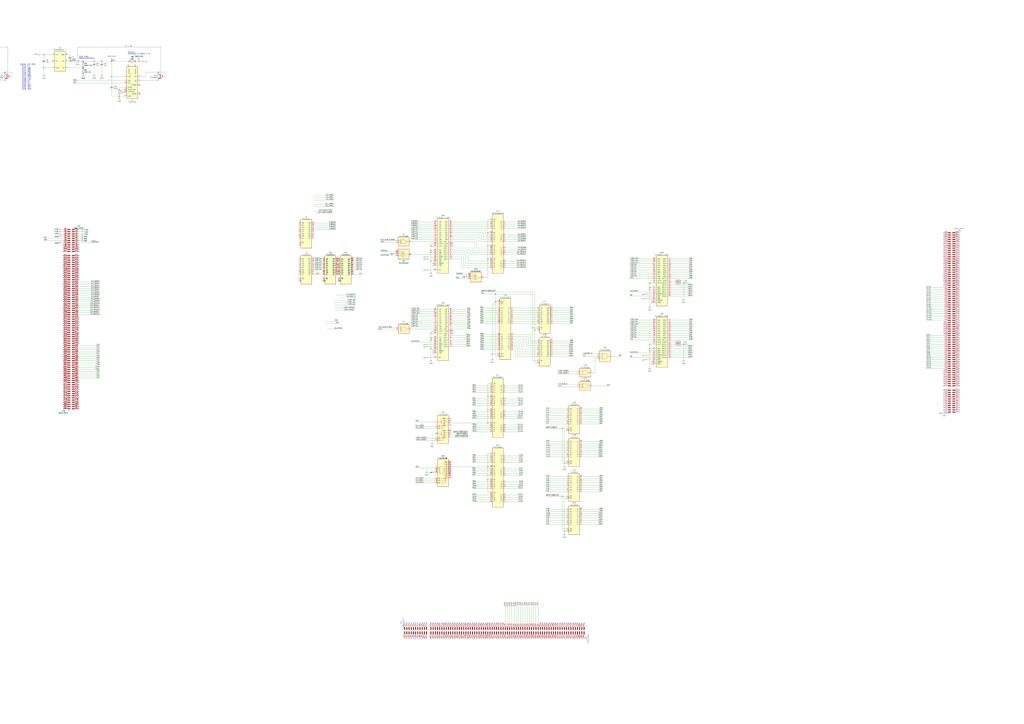
<source format=kicad_sch>
(kicad_sch (version 20211123) (generator eeschema)
  (paper "A0")
  (junction (at 655.32 617.22))
  (junction (at 157.48 71.12))
  (junction (at 500.38 394.97))
  (junction (at 566.42 270.51))
  (junction (at 621.03 383.54))
  (junction (at 184.15 83.82))
  (junction (at 81.28 71.12))
  (junction (at 129.54 71.12))
  (junction (at 566.42 476.25))
  (junction (at 793.75 400.05))
  (junction (at 500.38 387.35))
  (junction (at 161.29 71.12))
  (junction (at 566.42 557.53))
  (junction (at -96.52 71.12))
  (junction (at 500.38 392.43))
  (junction (at 793.75 328.93))
  (junction (at 754.38 400.05))
  (junction (at 652.78 576.58))
  (junction (at -48.26 71.12))
  (junction (at 138.43 111.76))
  (junction (at 575.31 350.52))
  (junction (at 575.31 341.63))
  (junction (at -127 63.5))
  (junction (at 500.38 303.53))
  (junction (at 754.38 328.93))
  (junction (at 754.38 405.13))
  (junction (at -59.69 71.12))
  (junction (at -20.32 71.12))
  (junction (at -27.94 71.12))
  (junction (at -81.28 71.12))
  (junction (at 566.42 491.49))
  (junction (at 96.52 78.74))
  (junction (at -68.58 71.12))
  (junction (at 50.8 78.74))
  (junction (at 500.38 405.13))
  (junction (at 149.86 71.12))
  (junction (at 50.8 63.5))
  (junction (at 118.11 71.12))
  (junction (at 652.78 497.84))
  (junction (at 566.42 300.99))
  (junction (at 6.35 83.82))
  (junction (at 566.42 285.75))
  (junction (at -48.26 88.9))
  (junction (at 618.49 381))
  (junction (at 500.38 293.37))
  (junction (at -81.28 78.74))
  (junction (at -16.51 71.12))
  (junction (at 500.38 285.75))
  (junction (at 109.22 71.12))
  (junction (at -127 78.74))
  (junction (at 566.42 461.01))
  (junction (at 500.38 290.83))
  (junction (at 655.32 538.48))
  (junction (at 96.52 71.12))
  (junction (at -39.37 111.76))
  (junction (at 566.42 542.29))
  (junction (at 754.38 334.01))
  (junction (at 754.38 407.67))
  (junction (at 571.5 411.48))
  (junction (at 754.38 336.55))
  (junction (at 129.54 88.9))
  (no_connect (at 1096.01 323.85))
  (no_connect (at 1113.79 300.99))
  (no_connect (at 528.32 741.68))
  (no_connect (at 533.4 723.9))
  (no_connect (at 632.46 741.68))
  (no_connect (at 73.66 370.84))
  (no_connect (at 73.66 322.58))
  (no_connect (at 502.92 723.9))
  (no_connect (at 655.32 741.68))
  (no_connect (at 1113.79 288.29))
  (no_connect (at 73.66 441.96))
  (no_connect (at 624.84 741.68))
  (no_connect (at 660.4 723.9))
  (no_connect (at 627.38 741.68))
  (no_connect (at 73.66 302.26))
  (no_connect (at 1113.79 417.83))
  (no_connect (at 635 723.9))
  (no_connect (at 538.48 723.9))
  (no_connect (at 1113.79 311.15))
  (no_connect (at 563.88 741.68))
  (no_connect (at 525.78 387.35))
  (no_connect (at 525.78 384.81))
  (no_connect (at 1113.79 384.81))
  (no_connect (at 73.66 325.12))
  (no_connect (at 502.92 407.67))
  (no_connect (at 73.66 347.98))
  (no_connect (at 91.44 386.08))
  (no_connect (at 73.66 307.34))
  (no_connect (at 162.56 99.06))
  (no_connect (at 1096.01 318.77))
  (no_connect (at 640.08 741.68))
  (no_connect (at 91.44 457.2))
  (no_connect (at 73.66 416.56))
  (no_connect (at 629.92 723.9))
  (no_connect (at 660.4 741.68))
  (no_connect (at 756.92 351.79))
  (no_connect (at 73.66 292.1))
  (no_connect (at 73.66 411.48))
  (no_connect (at 546.1 723.9))
  (no_connect (at 548.64 741.68))
  (no_connect (at 543.56 741.68))
  (no_connect (at 609.6 741.68))
  (no_connect (at 1113.79 443.23))
  (no_connect (at 558.8 723.9))
  (no_connect (at 73.66 436.88))
  (no_connect (at 525.78 741.68))
  (no_connect (at 60.96 71.12))
  (no_connect (at 162.56 109.22))
  (no_connect (at 673.1 723.9))
  (no_connect (at 91.44 447.04))
  (no_connect (at 1113.79 405.13))
  (no_connect (at 1113.79 448.31))
  (no_connect (at 73.66 459.74))
  (no_connect (at 541.02 723.9))
  (no_connect (at 528.32 723.9))
  (no_connect (at 1113.79 336.55))
  (no_connect (at 561.34 723.9))
  (no_connect (at 73.66 304.8))
  (no_connect (at 1113.79 295.91))
  (no_connect (at 1113.79 283.21))
  (no_connect (at 581.66 741.68))
  (no_connect (at 73.66 353.06))
  (no_connect (at 591.82 741.68))
  (no_connect (at 604.52 741.68))
  (no_connect (at 1113.79 334.01))
  (no_connect (at 1113.79 407.67))
  (no_connect (at 622.3 741.68))
  (no_connect (at 1096.01 311.15))
  (no_connect (at 652.78 723.9))
  (no_connect (at 1113.79 382.27))
  (no_connect (at 601.98 741.68))
  (no_connect (at 502.92 410.21))
  (no_connect (at 515.62 741.68))
  (no_connect (at 584.2 741.68))
  (no_connect (at 652.78 741.68))
  (no_connect (at 91.44 452.12))
  (no_connect (at 1113.79 463.55))
  (no_connect (at 1113.79 326.39))
  (no_connect (at 502.92 306.07))
  (no_connect (at 594.36 741.68))
  (no_connect (at 1113.79 427.99))
  (no_connect (at 91.44 464.82))
  (no_connect (at 541.02 741.68))
  (no_connect (at 1096.01 303.53))
  (no_connect (at 1096.01 438.15))
  (no_connect (at 500.38 741.68))
  (no_connect (at 1096.01 463.55))
  (no_connect (at 91.44 393.7))
  (no_connect (at 561.34 741.68))
  (no_connect (at 556.26 723.9))
  (no_connect (at 614.68 741.68))
  (no_connect (at 1096.01 374.65))
  (no_connect (at 574.04 723.9))
  (no_connect (at 73.66 388.62))
  (no_connect (at 523.24 723.9))
  (no_connect (at 1096.01 288.29))
  (no_connect (at 551.18 723.9))
  (no_connect (at 73.66 474.98))
  (no_connect (at 525.78 723.9))
  (no_connect (at 1096.01 298.45))
  (no_connect (at 665.48 741.68))
  (no_connect (at 505.46 741.68))
  (no_connect (at 629.92 741.68))
  (no_connect (at 144.78 106.68))
  (no_connect (at 586.74 741.68))
  (no_connect (at 91.44 292.1))
  (no_connect (at 91.44 287.02))
  (no_connect (at 91.44 289.56))
  (no_connect (at 1113.79 280.67))
  (no_connect (at -15.24 109.22))
  (no_connect (at 73.66 297.18))
  (no_connect (at 474.98 723.9))
  (no_connect (at 1096.01 473.71))
  (no_connect (at 523.24 554.99))
  (no_connect (at 73.66 434.34))
  (no_connect (at -33.02 106.68))
  (no_connect (at 1096.01 331.47))
  (no_connect (at 91.44 467.36))
  (no_connect (at 73.66 312.42))
  (no_connect (at 556.26 741.68))
  (no_connect (at 642.62 741.68))
  (no_connect (at 1113.79 369.57))
  (no_connect (at 523.24 500.38))
  (no_connect (at 1113.79 425.45))
  (no_connect (at 91.44 449.58))
  (no_connect (at 637.54 741.68))
  (no_connect (at 1113.79 313.69))
  (no_connect (at 1113.79 341.63))
  (no_connect (at 73.66 337.82))
  (no_connect (at 1113.79 298.45))
  (no_connect (at 73.66 457.2))
  (no_connect (at 568.96 741.68))
  (no_connect (at 73.66 355.6))
  (no_connect (at 91.44 312.42))
  (no_connect (at 73.66 373.38))
  (no_connect (at 530.86 741.68))
  (no_connect (at 73.66 365.76))
  (no_connect (at 632.46 723.9))
  (no_connect (at 1096.01 313.69))
  (no_connect (at 495.3 741.68))
  (no_connect (at 523.24 488.95))
  (no_connect (at 73.66 375.92))
  (no_connect (at 1113.79 394.97))
  (no_connect (at 508 741.68))
  (no_connect (at 73.66 358.14))
  (no_connect (at 73.66 447.04))
  (no_connect (at 1096.01 433.07))
  (no_connect (at 650.24 723.9))
  (no_connect (at 510.54 741.68))
  (no_connect (at 1113.79 476.25))
  (no_connect (at 756.92 349.25))
  (no_connect (at 1096.01 455.93))
  (no_connect (at 487.68 723.9))
  (no_connect (at 756.92 422.91))
  (no_connect (at 1096.01 290.83))
  (no_connect (at 73.66 419.1))
  (no_connect (at 1113.79 270.51))
  (no_connect (at 675.64 723.9))
  (no_connect (at 73.66 345.44))
  (no_connect (at 1096.01 326.39))
  (no_connect (at 574.04 741.68))
  (no_connect (at 73.66 335.28))
  (no_connect (at 515.62 723.9))
  (no_connect (at 563.88 723.9))
  (no_connect (at 571.5 723.9))
  (no_connect (at 1113.79 438.15))
  (no_connect (at 535.94 741.68))
  (no_connect (at 73.66 330.2))
  (no_connect (at 1113.79 433.07))
  (no_connect (at 505.46 723.9))
  (no_connect (at 1113.79 420.37))
  (no_connect (at 650.24 741.68))
  (no_connect (at 548.64 723.9))
  (no_connect (at 1113.79 321.31))
  (no_connect (at 492.76 723.9))
  (no_connect (at 73.66 342.9))
  (no_connect (at 1113.79 318.77))
  (no_connect (at 1113.79 397.51))
  (no_connect (at 558.8 741.68))
  (no_connect (at 523.24 544.83))
  (no_connect (at 520.7 741.68))
  (no_connect (at 91.44 383.54))
  (no_connect (at 1113.79 339.09))
  (no_connect (at 576.58 723.9))
  (no_connect (at 518.16 741.68))
  (no_connect (at 73.66 378.46))
  (no_connect (at 553.72 741.68))
  (no_connect (at 1113.79 466.09))
  (no_connect (at 73.66 350.52))
  (no_connect (at 73.66 403.86))
  (no_connect (at 1096.01 453.39))
  (no_connect (at 530.86 723.9))
  (no_connect (at 73.66 381))
  (no_connect (at 73.66 368.3))
  (no_connect (at 1113.79 306.07))
  (no_connect (at 1096.01 328.93))
  (no_connect (at 678.18 723.9))
  (no_connect (at 1113.79 389.89))
  (no_connect (at 523.24 537.21))
  (no_connect (at 73.66 424.18))
  (no_connect (at 91.44 474.98))
  (no_connect (at 73.66 284.48))
  (no_connect (at 73.66 309.88))
  (no_connect (at 657.86 741.68))
  (no_connect (at 1113.79 359.41))
  (no_connect (at 645.16 741.68))
  (no_connect (at 91.44 454.66))
  (no_connect (at 73.66 431.8))
  (no_connect (at 670.56 723.9))
  (no_connect (at 1113.79 354.33))
  (no_connect (at 472.44 723.9))
  (no_connect (at 756.92 420.37))
  (no_connect (at 485.14 741.68))
  (no_connect (at 576.58 741.68))
  (no_connect (at 91.44 284.48))
  (no_connect (at 91.44 304.8))
  (no_connect (at 91.44 373.38))
  (no_connect (at 523.24 741.68))
  (no_connect (at 1113.79 412.75))
  (no_connect (at 91.44 314.96))
  (no_connect (at 73.66 414.02))
  (no_connect (at 612.14 741.68))
  (no_connect (at 1113.79 379.73))
  (no_connect (at 551.18 741.68))
  (no_connect (at 73.66 314.96))
  (no_connect (at -15.24 99.06))
  (no_connect (at 1113.79 278.13))
  (no_connect (at 1096.01 300.99))
  (no_connect (at 1096.01 275.59))
  (no_connect (at 1096.01 283.21))
  (no_connect (at 546.1 741.68))
  (no_connect (at 1113.79 473.71))
  (no_connect (at 73.66 383.54))
  (no_connect (at 1113.79 290.83))
  (no_connect (at 91.44 299.72))
  (no_connect (at 474.98 741.68))
  (no_connect (at 73.66 449.58))
  (no_connect (at 91.44 444.5))
  (no_connect (at 1113.79 453.39))
  (no_connect (at 1096.01 440.69))
  (no_connect (at 73.66 444.5))
  (no_connect (at 637.54 723.9))
  (no_connect (at 619.76 741.68))
  (no_connect (at 1113.79 316.23))
  (no_connect (at 1113.79 461.01))
  (no_connect (at 91.44 322.58))
  (no_connect (at 91.44 469.9))
  (no_connect (at 1113.79 440.69))
  (no_connect (at 91.44 320.04))
  (no_connect (at 73.66 469.9))
  (no_connect (at 675.64 741.68))
  (no_connect (at 523.24 486.41))
  (no_connect (at 73.66 452.12))
  (no_connect (at 668.02 741.68))
  (no_connect (at 1096.01 448.31))
  (no_connect (at 647.7 723.9))
  (no_connect (at 73.66 429.26))
  (no_connect (at 1113.79 323.85))
  (no_connect (at 73.66 386.08))
  (no_connect (at 566.42 741.68))
  (no_connect (at 645.16 723.9))
  (no_connect (at 73.66 454.66))
  (no_connect (at 599.44 741.68))
  (no_connect (at 589.28 741.68))
  (no_connect (at 1096.01 468.63))
  (no_connect (at 1096.01 293.37))
  (no_connect (at 480.06 723.9))
  (no_connect (at 1113.79 275.59))
  (no_connect (at 657.86 723.9))
  (no_connect (at 73.66 426.72))
  (no_connect (at 510.54 723.9))
  (no_connect (at 571.5 741.68))
  (no_connect (at 1096.01 466.09))
  (no_connect (at 1113.79 303.53))
  (no_connect (at 1096.01 316.23))
  (no_connect (at 1096.01 478.79))
  (no_connect (at 1113.79 402.59))
  (no_connect (at 1113.79 377.19))
  (no_connect (at 523.24 549.91))
  (no_connect (at 91.44 317.5))
  (no_connect (at 91.44 398.78))
  (no_connect (at 91.44 370.84))
  (no_connect (at 1113.79 273.05))
  (no_connect (at 520.7 723.9))
  (no_connect (at 1096.01 476.25))
  (no_connect (at 1113.79 349.25))
  (no_connect (at 144.78 104.14))
  (no_connect (at 73.66 472.44))
  (no_connect (at 584.2 723.9))
  (no_connect (at 607.06 741.68))
  (no_connect (at 487.68 741.68))
  (no_connect (at 490.22 723.9))
  (no_connect (at 469.9 723.9))
  (no_connect (at 655.32 723.9))
  (no_connect (at 91.44 375.92))
  (no_connect (at 525.78 283.21))
  (no_connect (at 525.78 285.75))
  (no_connect (at 91.44 309.88))
  (no_connect (at 1096.01 458.47))
  (no_connect (at 523.24 547.37))
  (no_connect (at 73.66 406.4))
  (no_connect (at 596.9 741.68))
  (no_connect (at 579.12 723.9))
  (no_connect (at 1113.79 361.95))
  (no_connect (at 91.44 388.62))
  (no_connect (at 73.66 396.24))
  (no_connect (at 1113.79 356.87))
  (no_connect (at 1113.79 471.17))
  (no_connect (at 1113.79 410.21))
  (no_connect (at 535.94 723.9))
  (no_connect (at 91.44 472.44))
  (no_connect (at 518.16 723.9))
  (no_connect (at 1113.79 372.11))
  (no_connect (at 617.22 741.68))
  (no_connect (at 543.56 723.9))
  (no_connect (at 485.14 723.9))
  (no_connect (at 91.44 302.26))
  (no_connect (at 1113.79 422.91))
  (no_connect (at 1096.01 435.61))
  (no_connect (at 73.66 360.68))
  (no_connect (at 472.44 741.68))
  (no_connect (at 1113.79 478.79))
  (no_connect (at 91.44 307.34))
  (no_connect (at 477.52 741.68))
  (no_connect (at 1096.01 273.05))
  (no_connect (at 1096.01 445.77))
  (no_connect (at 91.44 391.16))
  (no_connect (at 1113.79 293.37))
  (no_connect (at 627.38 723.9))
  (no_connect (at 1096.01 285.75))
  (no_connect (at 73.66 398.78))
  (no_connect (at 523.24 494.03))
  (no_connect (at 490.22 741.68))
  (no_connect (at 1113.79 374.65))
  (no_connect (at 566.42 723.9))
  (no_connect (at 1113.79 346.71))
  (no_connect (at 1096.01 443.23))
  (no_connect (at 635 741.68))
  (no_connect (at 1096.01 387.35))
  (no_connect (at 1113.79 328.93))
  (no_connect (at 1096.01 377.19))
  (no_connect (at 1113.79 435.61))
  (no_connect (at 1096.01 270.51))
  (no_connect (at 91.44 297.18))
  (no_connect (at 1113.79 455.93))
  (no_connect (at 73.66 464.82))
  (no_connect (at 579.12 741.68))
  (no_connect (at 1113.79 445.77))
  (no_connect (at 1096.01 280.67))
  (no_connect (at 1113.79 415.29))
  (no_connect (at 73.66 439.42))
  (no_connect (at 1113.79 331.47))
  (no_connect (at 91.44 459.74))
  (no_connect (at 73.66 391.16))
  (no_connect (at 523.24 539.75))
  (no_connect (at 1113.79 468.63))
  (no_connect (at 647.7 741.68))
  (no_connect (at 581.66 723.9))
  (no_connect (at 1096.01 430.53))
  (no_connect (at -33.02 104.14))
  (no_connect (at 73.66 289.56))
  (no_connect (at 1096.01 382.27))
  (no_connect (at 1113.79 387.35))
  (no_connect (at 662.94 741.68))
  (no_connect (at 665.48 723.9))
  (no_connect (at 1096.01 461.01))
  (no_connect (at 1096.01 384.81))
  (no_connect (at 1096.01 471.17))
  (no_connect (at 73.66 299.72))
  (no_connect (at 1113.79 400.05))
  (no_connect (at 1113.79 285.75))
  (no_connect (at 678.18 741.68))
  (no_connect (at 91.44 396.24))
  (no_connect (at 73.66 467.36))
  (no_connect (at 492.76 741.68))
  (no_connect (at 502.92 308.61))
  (no_connect (at 91.44 381))
  (no_connect (at 91.44 441.96))
  (no_connect (at 513.08 723.9))
  (no_connect (at 73.66 327.66))
  (no_connect (at 1113.79 367.03))
  (no_connect (at 538.48 741.68))
  (no_connect (at 1113.79 392.43))
  (no_connect (at 662.94 723.9))
  (no_connect (at 508 723.9))
  (no_connect (at 1113.79 458.47))
  (no_connect (at 1096.01 308.61))
  (no_connect (at 480.06 741.68))
  (no_connect (at 533.4 741.68))
  (no_connect (at 73.66 421.64))
  (no_connect (at 1113.79 308.61))
  (no_connect (at 91.44 378.46))
  (no_connect (at 553.72 723.9))
  (no_connect (at 73.66 320.04))
  (no_connect (at 482.6 741.68))
  (no_connect (at 477.52 723.9))
  (no_connect (at 91.44 368.3))
  (no_connect (at 1113.79 430.53))
  (no_connect (at 73.66 401.32))
  (no_connect (at 1096.01 278.13))
  (no_connect (at 1096.01 306.07))
  (no_connect (at 513.08 741.68))
  (no_connect (at 73.66 317.5))
  (no_connect (at 495.3 723.9))
  (no_connect (at 1096.01 379.73))
  (no_connect (at 73.66 363.22))
  (no_connect (at 673.1 741.68))
  (no_connect (at 1113.79 351.79))
  (no_connect (at -116.84 71.12))
  (no_connect (at 500.38 723.9))
  (no_connect (at 91.44 462.28))
  (no_connect (at 1113.79 344.17))
  (no_connect (at 73.66 393.7))
  (no_connect (at 469.9 741.68))
  (no_connect (at 502.92 741.68))
  (no_connect (at 73.66 340.36))
  (no_connect (at 482.6 723.9))
  (no_connect (at 668.02 723.9))
  (no_connect (at 670.56 741.68))
  (no_connect (at 1113.79 364.49))
  (no_connect (at 1096.01 295.91))
  (no_connect (at 73.66 462.28))
  (no_connect (at 1096.01 321.31))
  (no_connect (at 640.08 723.9))
  (no_connect (at 568.96 723.9))
  (no_connect (at 642.62 723.9))
  (no_connect (at 73.66 332.74))
  (no_connect (at 91.44 325.12))
  (no_connect (at 523.24 552.45))
  (no_connect (at 73.66 287.02))
  (no_connect (at 73.66 408.94))
  (wire (pts (xy 50.8 86.36) (xy 50.8 78.74)))
  (wire (pts (xy 482.6 490.22) (xy 505.46 490.22)))
  (wire (pts (xy 392.43 373.38) (xy 378.46 373.38)))
  (wire (pts (xy 607.06 534.67) (xy 586.74 534.67)))
  (wire (pts (xy 676.91 411.48) (xy 693.42 411.48)))
  (wire (pts (xy 568.96 466.09) (xy 548.64 466.09)))
  (wire (pts (xy 623.57 396.24) (xy 615.95 396.24)))
  (wire (pts (xy 675.64 515.62) (xy 699.77 515.62)))
  (wire (pts (xy 595.63 391.16) (xy 613.41 391.16)))
  (wire (pts (xy 568.96 562.61) (xy 548.64 562.61)))
  (wire (pts (xy 754.38 405.13) (xy 754.38 400.05)))
  (wire (pts (xy 81.28 64.77) (xy 81.28 63.5)))
  (wire (pts (xy 657.86 513.08) (xy 633.73 513.08)))
  (wire (pts (xy 568.96 273.05) (xy 563.88 273.05)))
  (wire (pts (xy 711.2 414.02) (xy 721.36 414.02)))
  (wire (pts (xy 568.96 577.85) (xy 548.64 577.85)))
  (wire (pts (xy 779.78 339.09) (xy 803.91 339.09)))
  (wire (pts (xy 647.7 447.04) (xy 670.56 447.04)))
  (wire (pts (xy 615.95 388.62) (xy 595.63 388.62)))
  (wire (pts (xy 568.96 303.53) (xy 543.56 303.53)))
  (wire (pts (xy 144.78 111.76) (xy 138.43 111.76)))
  (wire (pts (xy -92.71 96.52) (xy -33.02 96.52)))
  (wire (pts (xy 525.78 290.83) (xy 546.1 290.83)))
  (wire (pts (xy 387.35 240.03) (xy 364.49 240.03)))
  (wire (pts (xy 607.06 580.39) (xy 586.74 580.39)))
  (wire (pts (xy -127 86.36) (xy -127 78.74)))
  (wire (pts (xy 410.21 318.77) (xy 420.37 318.77)))
  (wire (pts (xy 91.44 439.42) (xy 115.57 439.42)))
  (wire (pts (xy 607.06 529.59) (xy 586.74 529.59)))
  (wire (pts (xy 558.8 341.63) (xy 575.31 341.63)))
  (wire (pts (xy 577.85 398.78) (xy 557.53 398.78)))
  (wire (pts (xy 618.49 419.1) (xy 623.57 419.1)))
  (wire (pts (xy 657.86 563.88) (xy 633.73 563.88)))
  (wire (pts (xy 641.35 368.3) (xy 665.48 368.3)))
  (wire (pts (xy 389.89 259.08) (xy 364.49 259.08)))
  (wire (pts (xy 568.96 496.57) (xy 548.64 496.57)))
  (wire (pts (xy 754.38 336.55) (xy 756.92 336.55)))
  (wire (pts (xy 657.86 530.86) (xy 633.73 530.86)))
  (wire (pts (xy 657.86 538.48) (xy 655.32 538.48)))
  (wire (pts (xy 731.52 415.29) (xy 756.92 415.29)))
  (wire (pts (xy 586.74 257.81) (xy 610.87 257.81)))
  (wire (pts (xy 575.31 350.52) (xy 575.31 414.02)))
  (wire (pts (xy 420.37 303.53) (xy 410.21 303.53)))
  (wire (pts (xy 779.78 318.77) (xy 803.91 318.77)))
  (wire (pts (xy 561.34 270.51) (xy 561.34 275.59)))
  (wire (pts (xy 558.8 339.09) (xy 618.49 339.09)))
  (wire (pts (xy 91.44 281.94) (xy 114.3 281.94)))
  (wire (pts (xy 751.84 341.63) (xy 756.92 341.63)))
  (wire (pts (xy 657.86 601.98) (xy 633.73 601.98)))
  (wire (pts (xy 129.54 111.76) (xy 129.54 104.14)))
  (wire (pts (xy 374.65 313.69) (xy 364.49 313.69)))
  (wire (pts (xy 571.5 353.06) (xy 571.5 411.48)))
  (wire (pts (xy 641.35 411.48) (xy 665.48 411.48)))
  (wire (pts (xy 655.32 579.12) (xy 657.86 579.12)))
  (wire (pts (xy 477.52 377.19) (xy 502.92 377.19)))
  (wire (pts (xy 91.44 271.78) (xy 93.98 271.78)))
  (wire (pts (xy 595.63 373.38) (xy 623.57 373.38)))
  (wire (pts (xy 420.37 308.61) (xy 410.21 308.61)))
  (wire (pts (xy 553.72 288.29) (xy 553.72 278.13)))
  (wire (pts (xy 779.78 313.69) (xy 803.91 313.69)))
  (wire (pts (xy 1075.69 351.79) (xy 1096.01 351.79)))
  (wire (pts (xy 641.35 363.22) (xy 665.48 363.22)))
  (wire (pts (xy 561.34 322.58) (xy 566.42 322.58)))
  (wire (pts (xy 675.64 596.9) (xy 699.77 596.9)))
  (wire (pts (xy 497.84 313.69) (xy 502.92 313.69)))
  (wire (pts (xy 374.65 311.15) (xy 364.49 311.15)))
  (wire (pts (xy 688.34 433.07) (xy 690.88 433.07)))
  (wire (pts (xy 586.74 303.53) (xy 610.87 303.53)))
  (wire (pts (xy 91.44 279.4) (xy 93.98 279.4)))
  (wire (pts (xy 779.78 303.53) (xy 803.91 303.53)))
  (wire (pts (xy 657.86 556.26) (xy 633.73 556.26)))
  (wire (pts (xy 675.64 563.88) (xy 699.77 563.88)))
  (wire (pts (xy 623.57 406.4) (xy 605.79 406.4)))
  (wire (pts (xy 538.48 308.61) (xy 568.96 308.61)))
  (wire (pts (xy 607.06 552.45) (xy 586.74 552.45)))
  (wire (pts (xy 657.86 604.52) (xy 633.73 604.52)))
  (polyline (pts (xy 90.17 54.61) (xy 90.17 71.12)))
  (wire (pts (xy 91.44 414.02) (xy 115.57 414.02)))
  (wire (pts (xy 525.78 273.05) (xy 558.8 273.05)))
  (wire (pts (xy -68.58 71.12) (xy -68.58 72.39)))
  (wire (pts (xy 566.42 300.99) (xy 566.42 322.58)))
  (wire (pts (xy 793.75 326.39) (xy 793.75 328.93)))
  (wire (pts (xy 657.86 497.84) (xy 652.78 497.84)))
  (wire (pts (xy 502.92 392.43) (xy 500.38 392.43)))
  (wire (pts (xy 91.44 401.32) (xy 115.57 401.32)))
  (wire (pts (xy 161.29 69.85) (xy 161.29 71.12)))
  (wire (pts (xy 577.85 360.68) (xy 557.53 360.68)))
  (wire (pts (xy 595.63 375.92) (xy 623.57 375.92)))
  (wire (pts (xy 779.78 326.39) (xy 783.59 326.39)))
  (wire (pts (xy 657.86 596.9) (xy 633.73 596.9)))
  (wire (pts (xy 731.52 410.21) (xy 756.92 410.21)))
  (wire (pts (xy 575.31 414.02) (xy 577.85 414.02)))
  (wire (pts (xy 731.52 308.61) (xy 756.92 308.61)))
  (wire (pts (xy 621.03 421.64) (xy 623.57 421.64)))
  (wire (pts (xy 657.86 490.22) (xy 633.73 490.22)))
  (wire (pts (xy 389.89 264.16) (xy 364.49 264.16)))
  (wire (pts (xy 754.38 336.55) (xy 754.38 355.6)))
  (wire (pts (xy 500.38 290.83) (xy 500.38 293.37)))
  (wire (pts (xy 184.15 93.98) (xy 162.56 93.98)))
  (wire (pts (xy 622.3 723.9) (xy 622.3 699.77)))
  (wire (pts (xy 657.86 558.8) (xy 633.73 558.8)))
  (wire (pts (xy 607.06 562.61) (xy 586.74 562.61)))
  (wire (pts (xy 523.24 491.49) (xy 566.42 491.49)))
  (wire (pts (xy -48.26 71.12) (xy -59.69 71.12)))
  (wire (pts (xy 688.34 448.31) (xy 708.66 448.31)))
  (wire (pts (xy 657.86 561.34) (xy 633.73 561.34)))
  (wire (pts (xy 568.96 486.41) (xy 548.64 486.41)))
  (wire (pts (xy 586.74 306.07) (xy 610.87 306.07)))
  (wire (pts (xy 571.5 411.48) (xy 577.85 411.48)))
  (wire (pts (xy 525.78 270.51) (xy 561.34 270.51)))
  (wire (pts (xy 412.75 351.79) (xy 387.35 351.79)))
  (wire (pts (xy 779.78 415.29) (xy 803.91 415.29)))
  (wire (pts (xy 586.74 295.91) (xy 610.87 295.91)))
  (wire (pts (xy 441.96 297.18) (xy 459.74 297.18)))
  (wire (pts (xy 577.85 363.22) (xy 557.53 363.22)))
  (wire (pts (xy 500.38 293.37) (xy 500.38 303.53)))
  (wire (pts (xy 779.78 412.75) (xy 803.91 412.75)))
  (wire (pts (xy 568.96 534.67) (xy 548.64 534.67)))
  (wire (pts (xy 500.38 392.43) (xy 500.38 394.97)))
  (wire (pts (xy 779.78 316.23) (xy 803.91 316.23)))
  (wire (pts (xy 621.03 341.63) (xy 575.31 341.63)))
  (wire (pts (xy -68.58 71.12) (xy -59.69 71.12)))
  (wire (pts (xy 551.18 290.83) (xy 568.96 290.83)))
  (wire (pts (xy 6.35 83.82) (xy 13.97 83.82)))
  (wire (pts (xy 731.52 313.69) (xy 756.92 313.69)))
  (wire (pts (xy 779.78 402.59) (xy 803.91 402.59)))
  (wire (pts (xy 482.6 558.8) (xy 505.46 558.8)))
  (wire (pts (xy -20.32 71.12) (xy -20.32 74.93)))
  (wire (pts (xy 568.96 478.79) (xy 548.64 478.79)))
  (wire (pts (xy 607.06 501.65) (xy 586.74 501.65)))
  (wire (pts (xy 619.76 723.9) (xy 619.76 699.77)))
  (wire (pts (xy 655.32 617.22) (xy 655.32 579.12)))
  (wire (pts (xy 577.85 358.14) (xy 557.53 358.14)))
  (wire (pts (xy 586.74 280.67) (xy 610.87 280.67)))
  (wire (pts (xy 731.52 394.97) (xy 756.92 394.97)))
  (wire (pts (xy 91.44 426.72) (xy 115.57 426.72)))
  (wire (pts (xy 568.96 529.59) (xy 548.64 529.59)))
  (wire (pts (xy 731.52 389.89) (xy 756.92 389.89)))
  (wire (pts (xy 566.42 461.01) (xy 568.96 461.01)))
  (wire (pts (xy 612.14 723.9) (xy 612.14 699.77)))
  (wire (pts (xy 525.78 367.03) (xy 546.1 367.03)))
  (wire (pts (xy 477.52 278.13) (xy 502.92 278.13)))
  (wire (pts (xy 568.96 311.15) (xy 535.94 311.15)))
  (wire (pts (xy 586.74 311.15) (xy 610.87 311.15)))
  (wire (pts (xy 500.38 405.13) (xy 502.92 405.13)))
  (wire (pts (xy 652.78 497.84) (xy 652.78 535.94)))
  (wire (pts (xy 595.63 403.86) (xy 600.71 403.86)))
  (wire (pts (xy 614.68 723.9) (xy 614.68 699.77)))
  (wire (pts (xy 598.17 406.4) (xy 598.17 414.02)))
  (wire (pts (xy 568.96 453.39) (xy 548.64 453.39)))
  (wire (pts (xy 501.65 504.19) (xy 505.46 504.19)))
  (wire (pts (xy 138.43 113.03) (xy 138.43 111.76)))
  (wire (pts (xy 566.42 542.29) (xy 566.42 527.05)))
  (wire (pts (xy 652.78 576.58) (xy 657.86 576.58)))
  (wire (pts (xy 595.63 396.24) (xy 608.33 396.24)))
  (wire (pts (xy 621.03 383.54) (xy 621.03 341.63)))
  (wire (pts (xy 541.02 295.91) (xy 541.02 306.07)))
  (wire (pts (xy 420.37 306.07) (xy 410.21 306.07)))
  (wire (pts (xy 657.86 528.32) (xy 633.73 528.32)))
  (wire (pts (xy 1075.69 417.83) (xy 1096.01 417.83)))
  (wire (pts (xy 1075.69 356.87) (xy 1096.01 356.87)))
  (wire (pts (xy 91.44 347.98) (xy 115.57 347.98)))
  (wire (pts (xy 623.57 383.54) (xy 621.03 383.54)))
  (wire (pts (xy 71.12 274.32) (xy 73.66 274.32)))
  (wire (pts (xy 389.89 266.7) (xy 364.49 266.7)))
  (wire (pts (xy 525.78 257.81) (xy 568.96 257.81)))
  (wire (pts (xy 610.87 393.7) (xy 595.63 393.7)))
  (wire (pts (xy 91.44 335.28) (xy 115.57 335.28)))
  (wire (pts (xy 568.96 499.11) (xy 548.64 499.11)))
  (wire (pts (xy 525.78 364.49) (xy 546.1 364.49)))
  (wire (pts (xy 595.63 358.14) (xy 623.57 358.14)))
  (wire (pts (xy 779.78 341.63) (xy 803.91 341.63)))
  (wire (pts (xy 657.86 520.7) (xy 633.73 520.7)))
  (wire (pts (xy 641.35 358.14) (xy 665.48 358.14)))
  (wire (pts (xy 779.78 384.81) (xy 803.91 384.81)))
  (wire (pts (xy 586.74 290.83) (xy 610.87 290.83)))
  (wire (pts (xy 568.96 471.17) (xy 548.64 471.17)))
  (wire (pts (xy 566.42 270.51) (xy 568.96 270.51)))
  (wire (pts (xy 482.6 495.3) (xy 505.46 495.3)))
  (wire (pts (xy 652.78 497.84) (xy 633.73 497.84)))
  (wire (pts (xy 541.02 306.07) (xy 568.96 306.07)))
  (wire (pts (xy 1075.69 344.17) (xy 1096.01 344.17)))
  (wire (pts (xy 477.52 361.95) (xy 502.92 361.95)))
  (wire (pts (xy 529.59 318.77) (xy 543.56 318.77)))
  (wire (pts (xy 568.96 549.91) (xy 548.64 549.91)))
  (wire (pts (xy 647.7 434.34) (xy 670.56 434.34)))
  (wire (pts (xy 731.52 384.81) (xy 756.92 384.81)))
  (wire (pts (xy 525.78 369.57) (xy 546.1 369.57)))
  (wire (pts (xy 675.64 599.44) (xy 699.77 599.44)))
  (wire (pts (xy 184.15 83.82) (xy 191.77 83.82)))
  (wire (pts (xy 566.42 542.29) (xy 568.96 542.29)))
  (wire (pts (xy 779.78 377.19) (xy 803.91 377.19)))
  (wire (pts (xy 754.38 328.93) (xy 756.92 328.93)))
  (wire (pts (xy 617.22 723.9) (xy 617.22 699.77)))
  (wire (pts (xy 78.74 71.12) (xy 81.28 71.12)))
  (wire (pts (xy 751.84 417.83) (xy 756.92 417.83)))
  (wire (pts (xy 655.32 538.48) (xy 655.32 500.38)))
  (wire (pts (xy 556.26 280.67) (xy 568.96 280.67)))
  (wire (pts (xy 586.74 262.89) (xy 610.87 262.89)))
  (wire (pts (xy 397.51 382.27) (xy 379.73 382.27)))
  (wire (pts (xy 1075.69 339.09) (xy 1096.01 339.09)))
  (wire (pts (xy -127 68.58) (xy -127 63.5)))
  (wire (pts (xy 477.52 260.35) (xy 502.92 260.35)))
  (wire (pts (xy 441.96 281.94) (xy 459.74 281.94)))
  (wire (pts (xy 779.78 379.73) (xy 803.91 379.73)))
  (wire (pts (xy 477.52 367.03) (xy 502.92 367.03)))
  (wire (pts (xy 675.64 518.16) (xy 699.77 518.16)))
  (wire (pts (xy 566.42 476.25) (xy 566.42 461.01)))
  (wire (pts (xy 482.6 561.34) (xy 505.46 561.34)))
  (wire (pts (xy 1075.69 364.49) (xy 1096.01 364.49)))
  (wire (pts (xy 91.44 406.4) (xy 115.57 406.4)))
  (wire (pts (xy 754.38 328.93) (xy 754.38 326.39)))
  (wire (pts (xy 641.35 365.76) (xy 665.48 365.76)))
  (wire (pts (xy -33.02 111.76) (xy -39.37 111.76)))
  (wire (pts (xy -48.26 111.76) (xy -48.26 104.14)))
  (wire (pts (xy 500.38 387.35) (xy 500.38 392.43)))
  (wire (pts (xy 779.78 336.55) (xy 803.91 336.55)))
  (wire (pts (xy 1075.69 407.67) (xy 1096.01 407.67)))
  (wire (pts (xy -99.06 71.12) (xy -96.52 71.12)))
  (wire (pts (xy -39.37 101.6) (xy -39.37 102.87)))
  (wire (pts (xy 577.85 365.76) (xy 557.53 365.76)))
  (wire (pts (xy 657.86 599.44) (xy 633.73 599.44)))
  (wire (pts (xy 91.44 276.86) (xy 93.98 276.86)))
  (wire (pts (xy 525.78 262.89) (xy 568.96 262.89)))
  (wire (pts (xy 779.78 405.13) (xy 803.91 405.13)))
  (wire (pts (xy 608.33 403.86) (xy 623.57 403.86)))
  (wire (pts (xy 615.95 396.24) (xy 615.95 388.62)))
  (wire (pts (xy 525.78 402.59) (xy 546.1 402.59)))
  (wire (pts (xy 607.06 468.63) (xy 586.74 468.63)))
  (wire (pts (xy 607.06 455.93) (xy 586.74 455.93)))
  (wire (pts (xy 607.06 567.69) (xy 586.74 567.69)))
  (wire (pts (xy 568.96 537.21) (xy 548.64 537.21)))
  (wire (pts (xy 586.74 260.35) (xy 610.87 260.35)))
  (wire (pts (xy 607.06 532.13) (xy 586.74 532.13)))
  (wire (pts (xy -8.89 83.82) (xy 6.35 83.82)))
  (wire (pts (xy 500.38 283.21) (xy 500.38 285.75)))
  (wire (pts (xy 568.96 572.77) (xy 566.42 572.77)))
  (wire (pts (xy 73.66 269.24) (xy 71.12 269.24)))
  (wire (pts (xy -16.51 69.85) (xy -16.51 71.12)))
  (wire (pts (xy 779.78 331.47) (xy 803.91 331.47)))
  (wire (pts (xy 624.84 723.9) (xy 624.84 699.77)))
  (wire (pts (xy 374.65 306.07) (xy 364.49 306.07)))
  (wire (pts (xy 657.86 492.76) (xy 633.73 492.76)))
  (wire (pts (xy 793.75 400.05) (xy 793.75 417.83)))
  (wire (pts (xy 551.18 280.67) (xy 551.18 290.83)))
  (wire (pts (xy 568.96 580.39) (xy 548.64 580.39)))
  (wire (pts (xy 411.48 358.14) (xy 388.62 358.14)))
  (wire (pts (xy 623.57 401.32) (xy 610.87 401.32)))
  (wire (pts (xy 1075.69 397.51) (xy 1096.01 397.51)))
  (wire (pts (xy 754.38 326.39) (xy 756.92 326.39)))
  (wire (pts (xy 675.64 482.6) (xy 699.77 482.6)))
  (wire (pts (xy 482.6 556.26) (xy 505.46 556.26)))
  (wire (pts (xy 568.96 468.63) (xy 548.64 468.63)))
  (wire (pts (xy 731.52 318.77) (xy 756.92 318.77)))
  (wire (pts (xy 657.86 482.6) (xy 633.73 482.6)))
  (wire (pts (xy 568.96 575.31) (xy 548.64 575.31)))
  (wire (pts (xy 6.35 93.98) (xy -15.24 93.98)))
  (wire (pts (xy 675.64 609.6) (xy 699.77 609.6)))
  (wire (pts (xy 657.86 474.98) (xy 633.73 474.98)))
  (wire (pts (xy 566.42 476.25) (xy 568.96 476.25)))
  (wire (pts (xy -48.26 88.9) (xy -48.26 71.12)))
  (wire (pts (xy 477.52 257.81) (xy 502.92 257.81)))
  (wire (pts (xy 568.96 455.93) (xy 548.64 455.93)))
  (polyline (pts (xy 186.69 54.61) (xy 90.17 54.61)))
  (wire (pts (xy 441.96 279.4) (xy 459.74 279.4)))
  (wire (pts (xy 477.52 265.43) (xy 502.92 265.43)))
  (wire (pts (xy 129.54 88.9) (xy 129.54 71.12)))
  (wire (pts (xy 477.52 369.57) (xy 502.92 369.57)))
  (wire (pts (xy 441.96 292.1) (xy 459.74 292.1)))
  (wire (pts (xy 1075.69 341.63) (xy 1096.01 341.63)))
  (wire (pts (xy 607.06 544.83) (xy 586.74 544.83)))
  (wire (pts (xy 500.38 384.81) (xy 500.38 387.35)))
  (wire (pts (xy 791.21 328.93) (xy 793.75 328.93)))
  (wire (pts (xy 412.75 349.25) (xy 387.35 349.25)))
  (wire (pts (xy 482.6 543.56) (xy 505.46 543.56)))
  (wire (pts (xy 731.52 374.65) (xy 756.92 374.65)))
  (wire (pts (xy 138.43 101.6) (xy 138.43 102.87)))
  (polyline (pts (xy 8.89 86.36) (xy 8.89 54.61)))
  (wire (pts (xy 50.8 68.58) (xy 50.8 63.5)))
  (wire (pts (xy 144.78 88.9) (xy 129.54 88.9)))
  (wire (pts (xy 641.35 403.86) (xy 665.48 403.86)))
  (wire (pts (xy 607.06 547.37) (xy 586.74 547.37)))
  (wire (pts (xy 91.44 434.34) (xy 115.57 434.34)))
  (wire (pts (xy 607.06 537.21) (xy 586.74 537.21)))
  (wire (pts (xy 754.38 334.01) (xy 754.38 336.55)))
  (wire (pts (xy 548.64 288.29) (xy 548.64 293.37)))
  (wire (pts (xy 1075.69 372.11) (xy 1096.01 372.11)))
  (wire (pts (xy 675.64 568.96) (xy 699.77 568.96)))
  (wire (pts (xy 477.52 273.05) (xy 502.92 273.05)))
  (wire (pts (xy 675.64 490.22) (xy 699.77 490.22)))
  (wire (pts (xy 525.78 359.41) (xy 546.1 359.41)))
  (wire (pts (xy 412.75 345.44) (xy 396.24 345.44)))
  (wire (pts (xy 779.78 308.61) (xy 803.91 308.61)))
  (wire (pts (xy 607.06 471.17) (xy 586.74 471.17)))
  (wire (pts (xy 91.44 421.64) (xy 115.57 421.64)))
  (wire (pts (xy 586.74 275.59) (xy 610.87 275.59)))
  (wire (pts (xy 566.42 557.53) (xy 566.42 542.29)))
  (wire (pts (xy 779.78 410.21) (xy 803.91 410.21)))
  (wire (pts (xy 731.52 382.27) (xy 756.92 382.27)))
  (wire (pts (xy 546.1 290.83) (xy 546.1 295.91)))
  (wire (pts (xy 754.38 397.51) (xy 756.92 397.51)))
  (wire (pts (xy 618.49 339.09) (xy 618.49 381)))
  (wire (pts (xy 1075.69 346.71) (xy 1096.01 346.71)))
  (wire (pts (xy 657.86 477.52) (xy 633.73 477.52)))
  (wire (pts (xy 91.44 431.8) (xy 115.57 431.8)))
  (wire (pts (xy 779.78 382.27) (xy 803.91 382.27)))
  (wire (pts (xy 754.38 407.67) (xy 756.92 407.67)))
  (wire (pts (xy 754.38 405.13) (xy 754.38 407.67)))
  (wire (pts (xy 641.35 398.78) (xy 665.48 398.78)))
  (wire (pts (xy 607.06 496.57) (xy 586.74 496.57)))
  (wire (pts (xy 1075.69 402.59) (xy 1096.01 402.59)))
  (wire (pts (xy 657.86 568.96) (xy 633.73 568.96)))
  (wire (pts (xy 675.64 556.26) (xy 699.77 556.26)))
  (wire (pts (xy 575.31 341.63) (xy 575.31 350.52)))
  (wire (pts (xy -127 78.74) (xy -127 73.66)))
  (wire (pts (xy 675.64 601.98) (xy 699.77 601.98)))
  (wire (pts (xy 568.96 293.37) (xy 548.64 293.37)))
  (wire (pts (xy 779.78 400.05) (xy 783.59 400.05)))
  (wire (pts (xy 144.78 93.98) (xy 85.09 93.98)))
  (wire (pts (xy 603.25 408.94) (xy 623.57 408.94)))
  (wire (pts (xy 779.78 394.97) (xy 803.91 394.97)))
  (wire (pts (xy 374.65 303.53) (xy 364.49 303.53)))
  (wire (pts (xy 566.42 255.27) (xy 568.96 255.27)))
  (wire (pts (xy 675.64 530.86) (xy 699.77 530.86)))
  (wire (pts (xy 477.52 372.11) (xy 502.92 372.11)))
  (wire (pts (xy 81.28 71.12) (xy 86.36 71.12)))
  (wire (pts (xy 607.06 723.9) (xy 607.06 699.77)))
  (wire (pts (xy 675.64 604.52) (xy 699.77 604.52)))
  (wire (pts (xy 477.52 379.73) (xy 502.92 379.73)))
  (wire (pts (xy 568.96 544.83) (xy 548.64 544.83)))
  (wire (pts (xy 525.78 280.67) (xy 551.18 280.67)))
  (wire (pts (xy 595.63 406.4) (xy 598.17 406.4)))
  (wire (pts (xy 577.85 373.38) (xy 557.53 373.38)))
  (wire (pts (xy 577.85 396.24) (xy 557.53 396.24)))
  (polyline (pts (xy -87.63 54.61) (xy -87.63 71.12)))
  (wire (pts (xy 91.44 358.14) (xy 115.57 358.14)))
  (wire (pts (xy 577.85 403.86) (xy 557.53 403.86)))
  (wire (pts (xy -59.69 71.12) (xy -59.69 72.39)))
  (wire (pts (xy 641.35 406.4) (xy 665.48 406.4)))
  (wire (pts (xy 618.49 419.1) (xy 618.49 381)))
  (wire (pts (xy 607.06 448.31) (xy 586.74 448.31)))
  (wire (pts (xy 477.52 374.65) (xy 502.92 374.65)))
  (wire (pts (xy 497.84 415.29) (xy 502.92 415.29)))
  (wire (pts (xy 91.44 365.76) (xy 115.57 365.76)))
  (wire (pts (xy 595.63 363.22) (xy 623.57 363.22)))
  (wire (pts (xy 1075.69 367.03) (xy 1096.01 367.03)))
  (wire (pts (xy 1075.69 410.21) (xy 1096.01 410.21)))
  (wire (pts (xy 500.38 285.75) (xy 500.38 290.83)))
  (wire (pts (xy 1075.69 420.37) (xy 1096.01 420.37)))
  (wire (pts (xy 731.52 372.11) (xy 756.92 372.11)))
  (wire (pts (xy 586.74 308.61) (xy 610.87 308.61)))
  (wire (pts (xy 595.63 365.76) (xy 623.57 365.76)))
  (wire (pts (xy 374.65 308.61) (xy 364.49 308.61)))
  (wire (pts (xy 1075.69 400.05) (xy 1096.01 400.05)))
  (wire (pts (xy 605.79 406.4) (xy 605.79 398.78)))
  (wire (pts (xy 607.06 577.85) (xy 586.74 577.85)))
  (wire (pts (xy 751.84 412.75) (xy 756.92 412.75)))
  (wire (pts (xy 525.78 278.13) (xy 553.72 278.13)))
  (wire (pts (xy 675.64 525.78) (xy 699.77 525.78)))
  (wire (pts (xy 607.06 565.15) (xy 586.74 565.15)))
  (wire (pts (xy 731.52 311.15) (xy 756.92 311.15)))
  (wire (pts (xy 525.78 392.43) (xy 546.1 392.43)))
  (wire (pts (xy 577.85 370.84) (xy 557.53 370.84)))
  (wire (pts (xy 477.52 275.59) (xy 502.92 275.59)))
  (wire (pts (xy 1075.69 405.13) (xy 1096.01 405.13)))
  (wire (pts (xy 500.38 285.75) (xy 502.92 285.75)))
  (wire (pts (xy 607.06 560.07) (xy 586.74 560.07)))
  (wire (pts (xy 500.38 394.97) (xy 502.92 394.97)))
  (wire (pts (xy 497.84 402.59) (xy 502.92 402.59)))
  (wire (pts (xy 109.22 77.47) (xy 109.22 86.36)))
  (wire (pts (xy 607.06 494.03) (xy 586.74 494.03)))
  (wire (pts (xy -127 62.23) (xy -127 63.5)))
  (wire (pts (xy 566.42 270.51) (xy 566.42 255.27)))
  (wire (pts (xy 477.52 280.67) (xy 502.92 280.67)))
  (wire (pts (xy -59.69 86.36) (xy -59.69 77.47)))
  (wire (pts (xy 607.06 549.91) (xy 586.74 549.91)))
  (wire (pts (xy 412.75 354.33) (xy 387.35 354.33)))
  (wire (pts (xy 50.8 63.5) (xy 60.96 63.5)))
  (wire (pts (xy 1075.69 334.01) (xy 1096.01 334.01)))
  (wire (pts (xy 675.64 553.72) (xy 699.77 553.72)))
  (wire (pts (xy 641.35 408.94) (xy 665.48 408.94)))
  (wire (pts (xy 623.57 411.48) (xy 600.71 411.48)))
  (wire (pts (xy 525.78 293.37) (xy 543.56 293.37)))
  (wire (pts (xy 657.86 566.42) (xy 633.73 566.42)))
  (wire (pts (xy 393.7 375.92) (xy 377.19 375.92)))
  (wire (pts (xy 571.5 411.48) (xy 571.5 416.56)))
  (wire (pts (xy 386.08 245.11) (xy 365.76 245.11)))
  (wire (pts (xy -81.28 71.12) (xy -68.58 71.12)))
  (wire (pts (xy 91.44 345.44) (xy 115.57 345.44)))
  (wire (pts (xy 91.44 269.24) (xy 93.98 269.24)))
  (wire (pts (xy 647.7 449.58) (xy 670.56 449.58)))
  (wire (pts (xy 675.64 571.5) (xy 699.77 571.5)))
  (wire (pts (xy 779.78 344.17) (xy 803.91 344.17)))
  (wire (pts (xy 779.78 372.11) (xy 803.91 372.11)))
  (wire (pts (xy 525.78 260.35) (xy 568.96 260.35)))
  (wire (pts (xy 675.64 591.82) (xy 699.77 591.82)))
  (wire (pts (xy 535.94 300.99) (xy 525.78 300.99)))
  (wire (pts (xy 525.78 394.97) (xy 546.1 394.97)))
  (wire (pts (xy 756.92 334.01) (xy 754.38 334.01)))
  (wire (pts (xy 1075.69 369.57) (xy 1096.01 369.57)))
  (wire (pts (xy -39.37 113.03) (xy -39.37 111.76)))
  (wire (pts (xy 779.78 392.43) (xy 803.91 392.43)))
  (wire (pts (xy 675.64 487.68) (xy 699.77 487.68)))
  (wire (pts (xy 149.86 74.93) (xy 149.86 71.12)))
  (wire (pts (xy 566.42 445.77) (xy 568.96 445.77)))
  (wire (pts (xy 586.74 723.9) (xy 586.74 699.77)))
  (wire (pts (xy 607.06 499.11) (xy 586.74 499.11)))
  (wire (pts (xy 502.92 290.83) (xy 500.38 290.83)))
  (wire (pts (xy 556.26 275.59) (xy 556.26 280.67)))
  (wire (pts (xy 500.38 303.53) (xy 500.38 316.23)))
  (wire (pts (xy 525.78 374.65) (xy 546.1 374.65)))
  (wire (pts (xy 91.44 355.6) (xy 115.57 355.6)))
  (wire (pts (xy 477.52 270.51) (xy 502.92 270.51)))
  (wire (pts (xy 731.52 306.07) (xy 756.92 306.07)))
  (wire (pts (xy 91.44 363.22) (xy 115.57 363.22)))
  (wire (pts (xy 91.44 411.48) (xy 115.57 411.48)))
  (wire (pts (xy 91.44 360.68) (xy 115.57 360.68)))
  (wire (pts (xy 387.35 237.49) (xy 364.49 237.49)))
  (wire (pts (xy 779.78 323.85) (xy 803.91 323.85)))
  (wire (pts (xy 387.35 227.33) (xy 364.49 227.33)))
  (wire (pts (xy 46.99 63.5) (xy 50.8 63.5)))
  (wire (pts (xy 91.44 424.18) (xy 115.57 424.18)))
  (wire (pts (xy -48.26 88.9) (xy -48.26 99.06)))
  (wire (pts (xy 731.52 344.17) (xy 756.92 344.17)))
  (wire (pts (xy 138.43 110.49) (xy 138.43 111.76)))
  (wire (pts (xy 791.21 326.39) (xy 793.75 326.39)))
  (wire (pts (xy 652.78 576.58) (xy 633.73 576.58)))
  (wire (pts (xy -130.81 63.5) (xy -127 63.5)))
  (wire (pts (xy 144.78 101.6) (xy 138.43 101.6)))
  (wire (pts (xy -96.52 71.12) (xy -96.52 69.85)))
  (wire (pts (xy 525.78 267.97) (xy 563.88 267.97)))
  (wire (pts (xy 607.06 582.93) (xy 586.74 582.93)))
  (wire (pts (xy 411.48 360.68) (xy 388.62 360.68)))
  (wire (pts (xy 657.86 607.06) (xy 633.73 607.06)))
  (wire (pts (xy 538.48 298.45) (xy 538.48 308.61)))
  (wire (pts (xy 1075.69 412.75) (xy 1096.01 412.75)))
  (wire (pts (xy 586.74 288.29) (xy 610.87 288.29)))
  (wire (pts (xy 568.96 483.87) (xy 548.64 483.87)))
  (wire (pts (xy 779.78 306.07) (xy 803.91 306.07)))
  (wire (pts (xy 525.78 288.29) (xy 548.64 288.29)))
  (wire (pts (xy 657.86 525.78) (xy 633.73 525.78)))
  (wire (pts (xy 387.35 229.87) (xy 364.49 229.87)))
  (wire (pts (xy 1075.69 349.25) (xy 1096.01 349.25)))
  (wire (pts (xy 731.52 377.19) (xy 756.92 377.19)))
  (wire (pts (xy 525.78 382.27) (xy 546.1 382.27)))
  (wire (pts (xy 500.38 387.35) (xy 502.92 387.35)))
  (wire (pts (xy 754.38 407.67) (xy 754.38 426.72)))
  (wire (pts (xy 420.37 311.15) (xy 410.21 311.15)))
  (wire (pts (xy 676.91 414.02) (xy 693.42 414.02)))
  (wire (pts (xy -96.52 63.5) (xy -99.06 63.5)))
  (wire (pts (xy 608.33 396.24) (xy 608.33 403.86)))
  (wire (pts (xy 589.28 723.9) (xy 589.28 699.77)))
  (wire (pts (xy 675.64 523.24) (xy 699.77 523.24)))
  (wire (pts (xy -16.51 71.12) (xy -13.97 71.12)))
  (wire (pts (xy 621.03 383.54) (xy 621.03 421.64)))
  (wire (pts (xy -8.89 88.9) (xy -8.89 83.82)))
  (wire (pts (xy 439.42 381) (xy 459.74 381)))
  (wire (pts (xy 73.66 271.78) (xy 71.12 271.78)))
  (wire (pts (xy 568.96 560.07) (xy 548.64 560.07)))
  (wire (pts (xy 641.35 375.92) (xy 665.48 375.92)))
  (wire (pts (xy 412.75 342.9) (xy 389.89 342.9)))
  (wire (pts (xy 613.41 398.78) (xy 623.57 398.78)))
  (wire (pts (xy 568.96 481.33) (xy 548.64 481.33)))
  (wire (pts (xy 500.38 405.13) (xy 500.38 417.83)))
  (wire (pts (xy 525.78 361.95) (xy 546.1 361.95)))
  (wire (pts (xy 568.96 565.15) (xy 548.64 565.15)))
  (wire (pts (xy 50.8 78.74) (xy 50.8 73.66)))
  (wire (pts (xy 577.85 406.4) (xy 557.53 406.4)))
  (wire (pts (xy 168.91 83.82) (xy 184.15 83.82)))
  (wire (pts (xy -81.28 78.74) (xy -99.06 78.74)))
  (wire (pts (xy 529.59 323.85) (xy 543.56 323.85)))
  (wire (pts (xy 566.42 572.77) (xy 566.42 557.53)))
  (wire (pts (xy 754.38 334.01) (xy 754.38 328.93)))
  (wire (pts (xy 109.22 71.12) (xy 118.11 71.12)))
  (wire (pts (xy 374.65 300.99) (xy 364.49 300.99)))
  (wire (pts (xy 675.64 566.42) (xy 699.77 566.42)))
  (wire (pts (xy 600.71 411.48) (xy 600.71 403.86)))
  (wire (pts (xy 568.96 448.31) (xy 548.64 448.31)))
  (wire (pts (xy 497.84 300.99) (xy 502.92 300.99)))
  (wire (pts (xy -15.24 88.9) (xy -8.89 88.9)))
  (wire (pts (xy 91.44 274.32) (xy 93.98 274.32)))
  (wire (pts (xy 655.32 617.22) (xy 655.32 619.76)))
  (wire (pts (xy 1075.69 425.45) (xy 1096.01 425.45)))
  (wire (pts (xy 731.52 316.23) (xy 756.92 316.23)))
  (wire (pts (xy 118.11 86.36) (xy 118.11 77.47)))
  (wire (pts (xy 731.52 300.99) (xy 756.92 300.99)))
  (wire (pts (xy 568.96 582.93) (xy 548.64 582.93)))
  (wire (pts (xy 525.78 372.11) (xy 546.1 372.11)))
  (wire (pts (xy 690.88 416.56) (xy 690.88 433.07)))
  (wire (pts (xy 168.91 88.9) (xy 168.91 83.82)))
  (wire (pts (xy 525.78 275.59) (xy 556.26 275.59)))
  (wire (pts (xy 558.8 278.13) (xy 558.8 273.05)))
  (wire (pts (xy 525.78 298.45) (xy 538.48 298.45)))
  (wire (pts (xy 502.92 384.81) (xy 500.38 384.81)))
  (wire (pts (xy 577.85 401.32) (xy 557.53 401.32)))
  (wire (pts (xy 50.8 279.4) (xy 73.66 279.4)))
  (wire (pts (xy 568.96 491.49) (xy 566.42 491.49)))
  (wire (pts (xy 779.78 334.01) (xy 803.91 334.01)))
  (wire (pts (xy 779.78 374.65) (xy 803.91 374.65)))
  (wire (pts (xy 71.12 281.94) (xy 73.66 281.94)))
  (wire (pts (xy 613.41 391.16) (xy 613.41 398.78)))
  (wire (pts (xy 731.52 392.43) (xy 756.92 392.43)))
  (wire (pts (xy 607.06 450.85) (xy 586.74 450.85)))
  (wire (pts (xy 652.78 614.68) (xy 657.86 614.68)))
  (wire (pts (xy 91.44 327.66) (xy 115.57 327.66)))
  (wire (pts (xy 603.25 401.32) (xy 603.25 408.94)))
  (wire (pts (xy 657.86 594.36) (xy 633.73 594.36)))
  (wire (pts (xy 793.75 328.93) (xy 793.75 346.71)))
  (wire (pts (xy -83.82 71.12) (xy -81.28 71.12)))
  (wire (pts (xy 191.77 88.9) (xy 191.77 83.82)))
  (wire (pts (xy -96.52 71.12) (xy -91.44 71.12)))
  (wire (pts (xy 607.06 453.39) (xy 586.74 453.39)))
  (wire (pts (xy 477.52 382.27) (xy 502.92 382.27)))
  (wire (pts (xy 477.52 262.89) (xy 502.92 262.89)))
  (wire (pts (xy 779.78 328.93) (xy 783.59 328.93)))
  (wire (pts (xy 546.1 295.91) (xy 568.96 295.91)))
  (wire (pts (xy 502.92 283.21) (xy 500.38 283.21)))
  (wire (pts (xy 607.06 575.31) (xy 586.74 575.31)))
  (wire (pts (xy 657.86 518.16) (xy 633.73 518.16)))
  (wire (pts (xy 754.38 400.05) (xy 756.92 400.05)))
  (wire (pts (xy 477.52 359.41) (xy 502.92 359.41)))
  (wire (pts (xy 109.22 71.12) (xy 109.22 72.39)))
  (wire (pts (xy 91.44 416.56) (xy 115.57 416.56)))
  (wire (pts (xy 594.36 723.9) (xy 594.36 699.77)))
  (wire (pts (xy 577.85 388.62) (xy 557.53 388.62)))
  (wire (pts (xy 731.52 323.85) (xy 756.92 323.85)))
  (wire (pts (xy 81.28 71.12) (xy 81.28 69.85)))
  (wire (pts (xy 657.86 485.14) (xy 633.73 485.14)))
  (wire (pts (xy 675.64 474.98) (xy 699.77 474.98)))
  (wire (pts (xy 779.78 300.99) (xy 803.91 300.99)))
  (wire (pts (xy 607.06 478.79) (xy 586.74 478.79)))
  (wire (pts (xy 577.85 350.52) (xy 575.31 350.52)))
  (wire (pts (xy -20.32 71.12) (xy -16.51 71.12)))
  (wire (pts (xy 535.94 300.99) (xy 535.94 311.15)))
  (wire (pts (xy 595.63 360.68) (xy 623.57 360.68)))
  (wire (pts (xy 1075.69 354.33) (xy 1096.01 354.33)))
  (wire (pts (xy 598.17 414.02) (xy 623.57 414.02)))
  (wire (pts (xy 91.44 330.2) (xy 115.57 330.2)))
  (wire (pts (xy 525.78 379.73) (xy 546.1 379.73)))
  (wire (pts (xy 675.64 492.76) (xy 699.77 492.76)))
  (wire (pts (xy 91.44 342.9) (xy 115.57 342.9)))
  (wire (pts (xy 641.35 373.38) (xy 665.48 373.38)))
  (wire (pts (xy 577.85 391.16) (xy 557.53 391.16)))
  (wire (pts (xy 93.98 71.12) (xy 96.52 71.12)))
  (wire (pts (xy 500.38 293.37) (xy 502.92 293.37)))
  (wire (pts (xy 91.44 429.26) (xy 115.57 429.26)))
  (wire (pts (xy 599.44 723.9) (xy 599.44 699.77)))
  (wire (pts (xy 523.24 505.46) (xy 543.56 505.46)))
  (wire (pts (xy 157.48 71.12) (xy 157.48 74.93)))
  (wire (pts (xy 1075.69 336.55) (xy 1096.01 336.55)))
  (wire (pts (xy 1075.69 392.43) (xy 1096.01 392.43)))
  (wire (pts (xy 675.64 485.14) (xy 699.77 485.14)))
  (wire (pts (xy 731.52 321.31) (xy 756.92 321.31)))
  (wire (pts (xy -68.58 77.47) (xy -68.58 86.36)))
  (wire (pts (xy 1075.69 361.95) (xy 1096.01 361.95)))
  (wire (pts (xy 568.96 463.55) (xy 548.64 463.55)))
  (wire (pts (xy 607.06 481.33) (xy 586.74 481.33)))
  (wire (pts (xy 607.06 463.55) (xy 586.74 463.55)))
  (wire (pts (xy 657.86 591.82) (xy 633.73 591.82)))
  (wire (pts (xy 91.44 419.1) (xy 115.57 419.1)))
  (wire (pts (xy 641.35 414.02) (xy 665.48 414.02)))
  (wire (pts (xy 655.32 500.38) (xy 657.86 500.38)))
  (wire (pts (xy 675.64 561.34) (xy 699.77 561.34)))
  (wire (pts (xy 731.52 339.09) (xy 756.92 339.09)))
  (wire (pts (xy 129.54 69.85) (xy 129.54 71.12)))
  (wire (pts (xy 675.64 480.06) (xy 699.77 480.06)))
  (wire (pts (xy 389.89 261.62) (xy 364.49 261.62)))
  (wire (pts (xy 91.44 350.52) (xy 115.57 350.52)))
  (wire (pts (xy 577.85 393.7) (xy 557.53 393.7)))
  (wire (pts (xy 604.52 723.9) (xy 604.52 699.77)))
  (wire (pts (xy 561.34 275.59) (xy 568.96 275.59)))
  (wire (pts (xy 657.86 523.24) (xy 633.73 523.24)))
  (wire (pts (xy 571.5 353.06) (xy 577.85 353.06)))
  (wire (pts (xy 568.96 501.65) (xy 548.64 501.65)))
  (wire (pts (xy -27.94 71.12) (xy -48.26 71.12)))
  (wire (pts (xy 568.96 450.85) (xy 548.64 450.85)))
  (wire (pts (xy 754.38 400.05) (xy 754.38 397.51)))
  (wire (pts (xy 523.24 542.29) (xy 566.42 542.29)))
  (wire (pts (xy 647.7 431.8) (xy 670.56 431.8)))
  (wire (pts (xy 13.97 88.9) (xy 13.97 83.82)))
  (wire (pts (xy 595.63 368.3) (xy 623.57 368.3)))
  (wire (pts (xy 779.78 311.15) (xy 803.91 311.15)))
  (wire (pts (xy 1075.69 359.41) (xy 1096.01 359.41)))
  (wire (pts (xy 610.87 401.32) (xy 610.87 393.7)))
  (wire (pts (xy 477.52 267.97) (xy 502.92 267.97)))
  (wire (pts (xy 690.88 416.56) (xy 693.42 416.56)))
  (wire (pts (xy 129.54 71.12) (xy 118.11 71.12)))
  (wire (pts (xy 568.96 288.29) (xy 553.72 288.29)))
  (wire (pts (xy 756.92 405.13) (xy 754.38 405.13)))
  (wire (pts (xy 118.11 71.12) (xy 118.11 72.39)))
  (wire (pts (xy 566.42 527.05) (xy 568.96 527.05)))
  (wire (pts (xy 91.44 340.36) (xy 115.57 340.36)))
  (wire (pts (xy -33.02 93.98) (xy -92.71 93.98)))
  (wire (pts (xy -127 63.5) (xy -116.84 63.5)))
  (wire (pts (xy 157.48 71.12) (xy 161.29 71.12)))
  (wire (pts (xy 655.32 538.48) (xy 655.32 541.02)))
  (wire (pts (xy 675.64 528.32) (xy 699.77 528.32)))
  (wire (pts (xy 482.6 497.84) (xy 505.46 497.84)))
  (wire (pts (xy 601.98 723.9) (xy 601.98 699.77)))
  (wire (pts (xy 563.88 273.05) (xy 563.88 267.97)))
  (wire (pts (xy 586.74 293.37) (xy 610.87 293.37)))
  (wire (pts (xy 566.42 300.99) (xy 566.42 285.75)))
  (wire (pts (xy 482.6 511.81) (xy 505.46 511.81)))
  (wire (pts (xy 568.96 532.13) (xy 548.64 532.13)))
  (wire (pts (xy 495.3 547.37) (xy 495.3 546.1)))
  (wire (pts (xy 500.38 394.97) (xy 500.38 405.13)))
  (polyline (pts (xy 8.89 54.61) (xy -87.63 54.61)))
  (wire (pts (xy 1075.69 394.97) (xy 1096.01 394.97)))
  (wire (pts (xy 566.42 557.53) (xy 568.96 557.53)))
  (wire (pts (xy 96.52 78.74) (xy 78.74 78.74)))
  (polyline (pts (xy 186.69 86.36) (xy 186.69 54.61)))
  (wire (pts (xy 675.64 594.36) (xy 699.77 594.36)))
  (wire (pts (xy 591.82 723.9) (xy 591.82 699.77)))
  (wire (pts (xy 91.44 408.94) (xy 115.57 408.94)))
  (wire (pts (xy 577.85 368.3) (xy 557.53 368.3)))
  (wire (pts (xy 779.78 389.89) (xy 803.91 389.89)))
  (wire (pts (xy 501.65 514.35) (xy 501.65 504.19)))
  (wire (pts (xy 1075.69 389.89) (xy 1096.01 389.89)))
  (wire (pts (xy 641.35 360.68) (xy 665.48 360.68)))
  (wire (pts (xy 91.44 337.82) (xy 115.57 337.82)))
  (wire (pts (xy 149.86 71.12) (xy 129.54 71.12)))
  (wire (pts (xy 568.96 494.03) (xy 548.64 494.03)))
  (wire (pts (xy -27.94 74.93) (xy -27.94 71.12)))
  (wire (pts (xy 566.42 285.75) (xy 566.42 270.51)))
  (wire (pts (xy 641.35 370.84) (xy 665.48 370.84)))
  (wire (pts (xy 675.64 477.52) (xy 699.77 477.52)))
  (wire (pts (xy 138.43 111.76) (xy 129.54 111.76)))
  (wire (pts (xy 586.74 265.43) (xy 610.87 265.43)))
  (wire (pts (xy 595.63 370.84) (xy 623.57 370.84)))
  (wire (pts (xy 523.24 508) (xy 543.56 508)))
  (wire (pts (xy 543.56 293.37) (xy 543.56 303.53)))
  (wire (pts (xy -33.02 88.9) (xy -48.26 88.9)))
  (wire (pts (xy -39.37 111.76) (xy -48.26 111.76)))
  (wire (pts (xy 779.78 321.31) (xy 803.91 321.31)))
  (wire (pts (xy 50.8 78.74) (xy 60.96 78.74)))
  (wire (pts (xy 91.44 436.88) (xy 115.57 436.88)))
  (wire (pts (xy 568.96 547.37) (xy 548.64 547.37)))
  (wire (pts (xy 1075.69 427.99) (xy 1096.01 427.99)))
  (wire (pts (xy 751.84 346.71) (xy 756.92 346.71)))
  (wire (pts (xy -33.02 101.6) (xy -39.37 101.6)))
  (wire (pts (xy 607.06 466.09) (xy 586.74 466.09)))
  (wire (pts (xy 161.29 71.12) (xy 163.83 71.12)))
  (wire (pts (xy 477.52 397.51) (xy 502.92 397.51)))
  (wire (pts (xy 657.86 571.5) (xy 633.73 571.5)))
  (wire (pts (xy -96.52 64.77) (xy -96.52 63.5)))
  (wire (pts (xy 641.35 401.32) (xy 665.48 401.32)))
  (wire (pts (xy 500.38 303.53) (xy 502.92 303.53)))
  (wire (pts (xy 386.08 247.65) (xy 368.3 247.65)))
  (wire (pts (xy 657.86 480.06) (xy 633.73 480.06)))
  (wire (pts (xy 477.52 295.91) (xy 502.92 295.91)))
  (wire (pts (xy 91.44 403.86) (xy 115.57 403.86)))
  (wire (pts (xy 675.64 607.06) (xy 699.77 607.06)))
  (wire (pts (xy 731.52 303.53) (xy 756.92 303.53)))
  (wire (pts (xy 791.21 397.51) (xy 793.75 397.51)))
  (wire (pts (xy 779.78 397.51) (xy 783.59 397.51)))
  (wire (pts (xy -39.37 110.49) (xy -39.37 111.76)))
  (wire (pts (xy 568.96 278.13) (xy 558.8 278.13)))
  (wire (pts (xy 731.52 379.73) (xy 756.92 379.73)))
  (wire (pts (xy 657.86 609.6) (xy 633.73 609.6)))
  (wire (pts (xy 675.64 520.7) (xy 699.77 520.7)))
  (wire (pts (xy 568.96 300.99) (xy 566.42 300.99)))
  (wire (pts (xy 731.52 387.35) (xy 756.92 387.35)))
  (wire (pts (xy 81.28 63.5) (xy 78.74 63.5)))
  (wire (pts (xy 91.44 353.06) (xy 115.57 353.06)))
  (wire (pts (xy 73.66 266.7) (xy 71.12 266.7)))
  (wire (pts (xy 91.44 332.74) (xy 115.57 332.74)))
  (wire (pts (xy 605.79 398.78) (xy 595.63 398.78)))
  (wire (pts (xy 525.78 389.89) (xy 546.1 389.89)))
  (wire (pts (xy 675.64 513.08) (xy 699.77 513.08)))
  (wire (pts (xy 525.78 397.51) (xy 546.1 397.51)))
  (wire (pts (xy 387.35 232.41) (xy 364.49 232.41)))
  (wire (pts (xy 439.42 383.54) (xy 459.74 383.54)))
  (wire (pts (xy 566.42 461.01) (xy 566.42 445.77)))
  (wire (pts (xy 607.06 483.87) (xy 586.74 483.87)))
  (wire (pts (xy 586.74 278.13) (xy 610.87 278.13)))
  (wire (pts (xy 657.86 515.62) (xy 633.73 515.62)))
  (wire (pts (xy 618.49 381) (xy 623.57 381)))
  (wire (pts (xy 523.24 502.92) (xy 543.56 502.92)))
  (wire (pts (xy 1075.69 422.91) (xy 1096.01 422.91)))
  (wire (pts (xy -127 78.74) (xy -116.84 78.74)))
  (wire (pts (xy 1075.69 415.29) (xy 1096.01 415.29)))
  (wire (pts (xy 96.52 71.12) (xy 109.22 71.12)))
  (wire (pts (xy 420.37 313.69) (xy 410.21 313.69)))
  (wire (pts (xy 525.78 400.05) (xy 546.1 400.05)))
  (wire (pts (xy 568.96 552.45) (xy 548.64 552.45)))
  (wire (pts (xy 596.9 723.9) (xy 596.9 699.77)))
  (wire (pts (xy 85.09 96.52) (xy 144.78 96.52)))
  (wire (pts (xy 791.21 400.05) (xy 793.75 400.05)))
  (wire (pts (xy 609.6 723.9) (xy 609.6 699.77)))
  (wire (pts (xy 566.42 285.75) (xy 568.96 285.75)))
  (wire (pts (xy 482.6 509.27) (xy 505.46 509.27)))
  (wire (pts (xy 675.64 558.8) (xy 699.77 558.8)))
  (wire (pts (xy 657.86 487.68) (xy 633.73 487.68)))
  (wire (pts (xy 497.84 400.05) (xy 502.92 400.05)))
  (wire (pts (xy 577.85 375.92) (xy 557.53 375.92)))
  (wire (pts (xy 607.06 486.41) (xy 586.74 486.41)))
  (wire (pts (xy 793.75 397.51) (xy 793.75 400.05)))
  (wire (pts (xy -129.54 78.74) (xy -127 78.74)))
  (wire (pts (xy 477.52 364.49) (xy 502.92 364.49)))
  (wire (pts (xy 657.86 553.72) (xy 633.73 553.72)))
  (wire (pts (xy 497.84 298.45) (xy 502.92 298.45)))
  (wire (pts (xy 595.63 401.32) (xy 603.25 401.32)))
  (wire (pts (xy 162.56 88.9) (xy 168.91 88.9)))
  (wire (pts (xy 495.3 546.1) (xy 505.46 546.1)))
  (wire (pts (xy 566.42 491.49) (xy 566.42 476.25)))
  (wire (pts (xy 657.86 617.22) (xy 655.32 617.22)))
  (wire (pts (xy 779.78 387.35) (xy 803.91 387.35)))
  (wire (pts (xy 91.44 266.7) (xy 93.98 266.7)))
  (wire (pts (xy 525.78 265.43) (xy 568.96 265.43)))
  (wire (pts (xy 420.37 300.99) (xy 410.21 300.99)))
  (wire (pts (xy -48.26 69.85) (xy -48.26 71.12)))
  (wire (pts (xy 364.49 318.77) (xy 374.65 318.77)))
  (wire (pts (xy 652.78 535.94) (xy 657.86 535.94)))
  (wire (pts (xy 779.78 407.67) (xy 803.91 407.67)))
  (wire (pts (xy 641.35 396.24) (xy 665.48 396.24)))
  (wire (pts (xy 586.74 273.05) (xy 610.87 273.05)))
  (wire (pts (xy 525.78 295.91) (xy 541.02 295.91)))
  (wire (pts (xy 129.54 88.9) (xy 129.54 99.06)))
  (wire (pts (xy 652.78 576.58) (xy 652.78 614.68)))
  (wire (pts (xy 525.78 377.19) (xy 546.1 377.19)))
  (wire (pts (xy 50.8 276.86) (xy 73.66 276.86)))
  (wire (pts (xy 568.96 567.69) (xy 548.64 567.69)))
  (text "Taiyo Yuden\nNRS5040T3R3NMGJ" (at -86.36 68.58 0) (effects (font (size 1.27 1.27)) (justify left bottom)))
  (text "LIST (5%)\n0\n100\n180\n300\n430\n560\n750\n1k27\n1k6\n2k\n2k7\n3k6\n5k6\nopen" (at 31.75 104.14 0) (effects (font (size 1.27 1.27)) (justify left bottom)))
  (text "Susumu\nKRL1632E-M-R015-F-T5" (at -29.21 63.5 0) (effects (font (size 1.27 1.27)) (justify left bottom)))
  (text "TL = TQ" (at 144.78 54.61 0) (effects (font (size 1.27 1.27)) (justify left bottom)))
  (text "Address\n0x4C\n0x4D\n0x4E\n0x4F\n0x48\n0x49\n0x4A\n0x4B\n0x28\n0x29\n0x2A\n0x2B\n0x2C\n0x18\n" (at 30.48 104.14 0) (effects (font (size 1.27 1.27)) (justify right bottom)))
  (text "Susumu\nKRL1632E-M-R015-F-T5" (at 148.59 63.5 0) (effects (font (size 1.27 1.27)) (justify left bottom)))
  (text "Taiyo Yuden\nNRS5040T3R3NMGJ" (at 91.44 68.58 0) (effects (font (size 1.27 1.27)) (justify left bottom)))
  (text "TL = TQ" (at -33.02 54.61 0) (effects (font (size 1.27 1.27)) (justify left bottom)))
  (label "T.RCTX_{5}" (at 731.52 392.43 0))
  (label "T.N_{11}" (at 633.73 599.44 0))
  (label "~{PHI}" (at 392.43 373.38 180))
  (label "S.JL_{2}" (at 607.06 453.39 180))
  (label "S.A_BASE_{4}" (at 610.87 273.05 180))
  (label "~{WRITE_FROM_L}" (at 543.56 505.46 180))
  (label "S.SR1_RI_{2}" (at 477.52 364.49 0))
  (label "S.A_BASE_{1}" (at 610.87 260.35 180))
  (label "RD_{1}" (at 546.1 361.95 180))
  (label "S.FX_OVR_R_BASE" (at 441.96 279.4 0))
  (label "T.L_{3}" (at 633.73 482.6 0))
  (label "T.RCTX_{3}" (at 731.52 316.23 0))
  (label "T.L_{13}" (at 633.73 525.78 0))
  (label "~{PHI}" (at 482.6 543.56 0))
  (label "WD_{0}" (at 699.77 474.98 180))
  (label "S.A_BASE_{0}" (at 115.57 327.66 180))
  (label "S.A_BASE_{5}" (at 115.57 340.36 180))
  (label "S.K_{0}" (at 1075.69 389.89 0))
  (label "RD_{9}" (at 546.1 382.27 180))
  (label "S.JL_{0}" (at 607.06 448.31 180))
  (label "S.FX_OVR_R_SR1" (at 439.42 381 0))
  (label "S.K_SRC_{0}" (at 482.6 556.26 0))
  (label "T.P_{3}" (at 633.73 609.6 0))
  (label "RD_{0}" (at 548.64 529.59 0))
  (label "RD_{15}" (at 546.1 402.59 180))
  (label "RD_{1}" (at 548.64 532.13 0))
  (label "RD_{7}" (at 548.64 552.45 0))
  (label "~{RESET}od" (at 114.3 281.94 180))
  (label "T.N_{9}" (at 115.57 424.18 180))
  (label "WD_{5}" (at 699.77 566.42 180))
  (label "RD_{9}" (at 548.64 562.61 0))
  (label "SLEEPING" (at 477.52 397.51 0))
  (label "RD_{14}" (at 546.1 400.05 180))
  (label "WD_{15}" (at 665.48 414.02 180))
  (label "S.RCTX_{4}" (at 477.52 275.59 0))
  (label "S.JL_{9}" (at 607.06 481.33 180))
  (label "T.L_{2}" (at 633.73 480.06 0))
  (label "RD_{12}" (at 557.53 398.78 0))
  (label "S.A_BASE_{14}" (at 115.57 363.22 180))
  (label "RD_{15}" (at 557.53 406.4 0))
  (label "RD_{10}" (at 548.64 483.87 0))
  (label "T.SR1_WSRC_{1}" (at 411.48 360.68 180))
  (label "WD_{6}" (at 803.91 316.23 180))
  (label "T.FX_OVR_W" (at 647.7 447.04 0))
  (label "S.RCTX_{1}" (at 477.52 369.57 0))
  (label "S.JL_{2}" (at 1075.69 339.09 0))
  (label "SLEEPING" (at 441.96 297.18 0))
  (label "S.K_{5}" (at 1075.69 402.59 0))
  (label "S.JL_{4}" (at 607.06 463.55 180))
  (label "WD_{11}" (at 665.48 403.86 180))
  (label "PHI" (at 558.8 341.63 0))
  (label "WD_{15}" (at 699.77 530.86 180))
  (label "WD_{2}" (at 699.77 558.8 180))
  (label "T.RCTX_{2}" (at 731.52 313.69 0))
  (label "T.L_{10}" (at 599.44 699.77 270))
  (label "S.BASE_{3}" (at 529.59 318.77 0))
  (label "T.SR1_WSRC_{1}" (at 647.7 434.34 0))
  (label "S.A_BASE_{9}" (at 115.57 350.52 180))
  (label "WD_{10}" (at 699.77 518.16 180))
  (label "T.L_{1}" (at 633.73 477.52 0))
  (label "T.L_{2}" (at 619.76 699.77 270))
  (label "~{PHI}" (at 482.6 490.22 0))
  (label "S.K_{8}" (at 1075.69 410.21 0))
  (label "WD_{7}" (at 699.77 492.76 180))
  (label "WD_{8}" (at 803.91 321.31 180))
  (label "WD_{1}" (at 665.48 360.68 180))
  (label "S.JL_{13}" (at 1075.69 367.03 0))
  (label "T.P_{1}" (at 633.73 604.52 0))
  (label "T.N_{1}" (at 115.57 403.86 180))
  (label "T.N_{11}" (at 115.57 429.26 180))
  (label "WD_{5}" (at 665.48 370.84 180))
  (label "S.JL_{7}" (at 607.06 471.17 180))
  (label "RD_{3}" (at 548.64 537.21 0))
  (label "WD_{10}" (at 803.91 402.59 180))
  (label "RD_{14}" (at 548.64 499.11 0))
  (label "WD_{1}" (at 803.91 303.53 180))
  (label "~{WE}" (at 731.52 415.29 0))
  (label "T.N_{6}" (at 633.73 568.96 0))
  (label "S.K_{2}" (at 1075.69 394.97 0))
  (label "T.RCTX_{0}" (at 731.52 308.61 0))
  (label "WD_{4}" (at 803.91 311.15 180))
  (label "S.K_SRC_{1}" (at 387.35 229.87 180))
  (label "T.L_{13}" (at 591.82 699.77 270))
  (label "S.K_{12}" (at 1075.69 420.37 0))
  (label "T.SR1_WI_{1}" (at 731.52 303.53 0))
  (label "RD_{0}" (at 546.1 359.41 180))
  (label "S.JL_{10}" (at 1075.69 359.41 0))
  (label "T.L_{5}" (at 633.73 487.68 0))
  (label "S.A_BASE_{14}" (at 610.87 308.61 180))
  (label "T.SR1_WSRC_{0}" (at 647.7 431.8 0))
  (label "T.N_{10}" (at 633.73 596.9 0))
  (label "WD_{3}" (at 803.91 379.73 180))
  (label "RD_{9}" (at 548.64 481.33 0))
  (label "S.RCTX_{5}" (at 373.38 313.69 180))
  (label "S.RCTX_{0}" (at 477.52 265.43 0))
  (label "~{PHI}" (at 529.59 323.85 0))
  (label "T.P_{1}" (at 115.57 434.34 180))
  (label "S.RCTX_{1}" (at 373.38 303.53 180))
  (label "T.L_{6}" (at 633.73 490.22 0))
  (label "T.N_{3}" (at 115.57 408.94 180))
  (label "SW3v3" (at -96.52 71.12 0))
  (label "S.K_{5}" (at 607.06 547.37 180))
  (label "WD_{12}" (at 803.91 336.55 180))
  (label "RD_{2}" (at 548.64 453.39 0))
  (label "WD_{12}" (at 665.48 406.4 180))
  (label "RD_{12}" (at 546.1 394.97 180))
  (label "S.A_BASE_{6}" (at 115.57 342.9 180))
  (label "T.RCTX_{4}" (at 731.52 318.77 0))
  (label "T.P_{2}" (at 115.57 436.88 180))
  (label "S.K_SRC_{2}" (at 387.35 232.41 180))
  (label "~{WRITE_FROM_PN}" (at 633.73 576.58 0))
  (label "S.JL_SRC_{1}" (at 482.6 497.84 0))
  (label "S.JL_{4}" (at 1075.69 344.17 0))
  (label "S.A_BASE_{0}" (at 610.87 257.81 180))
  (label "RD_{13}" (at 557.53 401.32 0))
  (label "T.L_{14}" (at 633.73 528.32 0))
  (label "RD_{7}" (at 546.1 377.19 180))
  (label "S.A_BASE_{13}" (at 610.87 306.07 180))
  (label "S.A_BASE_{7}" (at 610.87 280.67 180))
  (label "WD_{2}" (at 803.91 306.07 180))
  (label "WD_{15}" (at 803.91 344.17 180))
  (label "WD_{8}" (at 699.77 513.08 180))
  (label "RD_{8}" (at 548.64 478.79 0))
  (label "3v3" (at -48.26 71.12 0))
  (label "WD_{14}" (at 803.91 341.63 180))
  (label "RD_{0}" (at 548.64 448.31 0))
  (label "RD_{7}" (at 548.64 471.17 0))
  (label "T.L_{9}" (at 633.73 515.62 0))
  (label "SLEEPING" (at 731.52 410.21 0))
  (label "T.N_{8}" (at 115.57 421.64 180))
  (label "WD_{9}" (at 699.77 515.62 180))
  (label "S.K_{6}" (at 607.06 549.91 180))
  (label "S.A_BASE_{3}" (at 115.57 335.28 180))
  (label "WD_{0}" (at 665.48 358.14 180))
  (label "WD_{4}" (at 665.48 368.3 180))
  (label "T.P_{2}" (at 633.73 607.06 0))
  (label "S.RCTX_{0}" (at 477.52 367.03 0))
  (label "RD_{1}" (at 557.53 360.68 0))
  (label "S.K_{10}" (at 607.06 565.15 180))
  (label "WD_{2}" (at 803.91 377.19 180))
  (label "WD_{11}" (at 699.77 599.44 180))
  (label "WD_{8}" (at 665.48 396.24 180))
  (label "~{WE}" (at 721.36 414.02 180))
  (label "T.SR1_WI_{0}" (at 412.75 349.25 180))
  (label "S.K_{3}" (at 1075.69 397.51 0))
  (label "S.JL_{8}" (at 1075.69 354.33 0))
  (label "WFX" (at 731.52 323.85 0))
  (label "T.L_{5}" (at 612.14 699.77 270))
  (label "S.K_{13}" (at 607.06 577.85 180))
  (label "T.P_{3}" (at 115.57 439.42 180))
  (label "T.RCTX_{1}" (at 420.37 303.53 180))
  (label "RD_{8}" (at 548.64 560.07 0))
  (label "WD_{0}" (at 803.91 372.11 180))
  (label "S.JL_{8}" (at 607.06 478.79 180))
  (label "S.RCTX_{3}" (at 477.52 273.05 0))
  (label "~{WRITE_FROM_L}" (at 633.73 497.84 0))
  (label "WD_{5}" (at 699.77 487.68 180))
  (label "WD_{9}" (at 803.91 323.85 180))
  (label "S.FX_OVR_R_BASE" (at 386.08 247.65 180))
  (label "WD_{9}" (at 699.77 594.36 180))
  (label "S.JL_{12}" (at 1075.69 364.49 0))
  (label "WD_{10}" (at 803.91 331.47 180))
  (label "S.A_BASE_{12}" (at 115.57 358.14 180))
  (label "WD_{7}" (at 803.91 318.77 180))
  (label "RD_{6}" (at 557.53 373.38 0))
  (label "S.JL_{10}" (at 607.06 483.87 180))
  (label "~{WRITE_FROM_SELF}" (at 543.56 502.92 180))
  (label "S.K_{3}" (at 607.06 537.21 180))
  (label "RD_{10}" (at 557.53 393.7 0))
  (label "T.P_{0}" (at 115.57 431.8 180))
  (label "S.K_{2}" (at 607.06 534.67 180))
  (label "S.RCTX_{5}" (at 477.52 379.73 0))
  (label "WD_{3}" (at 665.48 365.76 180))
  (label "T.SR1_WI_{2}" (at 731.52 377.19 0))
  (label "WD_{12}" (at 803.91 407.67 180))
  (label "T.L_{11}" (at 596.9 699.77 270))
  (label "WD_{2}" (at 665.48 363.22 180))
  (label "S.JL_{6}" (at 607.06 468.63 180))
  (label "WD_{0}" (at 803.91 300.99 180))
  (label "S.K_{13}" (at 1075.69 422.91 0))
  (label "S.RCTX_{1}" (at 477.52 267.97 0))
  (label "S.K_{7}" (at 1075.69 407.67 0))
  (label "S.JL_{7}" (at 1075.69 351.79 0))
  (label "S.A_BASE_{8}" (at 610.87 288.29 180))
  (label "RD_{2}" (at 546.1 364.49 180))
  (label "RD_{7}" (at 557.53 375.92 0))
  (label "WD_{7}" (at 803.91 389.89 180))
  (label "WD_{4}" (at 699.77 485.14 180))
  (label "S.K_{8}" (at 607.06 560.07 180))
  (label "T.RCTX_{4}" (at 420.37 311.15 180))
  (label "S.RCTX_{5}" (at 477.52 278.13 0))
  (label "RD_{13}" (at 548.64 496.57 0))
  (label "RD_{12}" (at 548.64 575.31 0))
  (label "SCL" (at 85.09 96.52 0))
  (label "RD_{12}" (at 548.64 494.03 0))
  (label "S.K_{11}" (at 607.06 567.69 180))
  (label "S.K_{9}" (at 607.06 562.61 180))
  (label "T.RCTX_{4}" (at 731.52 389.89 0))
  (label "T.N_{6}" (at 115.57 416.56 180))
  (label "T.RCTX_{3}" (at 420.37 308.61 180))
  (label "WD_{13}" (at 699.77 525.78 180))
  (label "WD_{3}" (at 699.77 482.6 180))
  (label "RD_{10}" (at 548.64 565.15 0))
  (label "S.K_SRC_{1}" (at 482.6 558.8 0))
  (label "T.L_{15}" (at 586.74 699.77 270))
  (label "S.JL_{0}" (at 1075.69 334.01 0))
  (label "T.L_{1}" (at 622.3 699.77 270))
  (label "WD_{11}" (at 699.77 520.7 180))
  (label "T.RCTX_{0}" (at 731.52 379.73 0))
  (label "RD_{5}" (at 546.1 372.11 180))
  (label "WD_{9}" (at 665.48 398.78 180))
  (label "T.N_{3}" (at 633.73 561.34 0))
  (label "T.N_{0}" (at 115.57 401.32 180))
  (label "S.BASE_{1}" (at 477.52 260.35 0))
  (label "WD_{13}" (at 803.91 339.09 180))
  (label "S.K_{14}" (at 1075.69 425.45 0))
  (label "S.K_{4}" (at 1075.69 400.05 0))
  (label "WFX" (at 708.66 448.31 180))
  (label "WD_{1}" (at 699.77 477.52 180))
  (label "RD_{6}" (at 548.64 468.63 0))
  (label "S.K_{11}" (at 1075.69 417.83 0))
  (label "S.A_BASE_{13}" (at 115.57 360.68 180))
  (label "WD_{1}" (at 699.77 556.26 180))
  (label "RD_{15}" (at 548.64 582.93 0))
  (label "WFX" (at 731.52 394.97 0))
  (label "S.K_{10}" (at 1075.69 415.29 0))
  (label "WD_{12}" (at 699.77 601.98 180))
  (label "RD_{3}" (at 546.1 367.03 180))
  (label "S.K_{7}" (at 607.06 552.45 180))
  (label "T.RCTX_{0}" (at 420.37 300.99 180))
  (label "T.N_{7}" (at 633.73 571.5 0))
  (label "WD_{6}" (at 803.91 387.35 180))
  (label "RD_{11}" (at 548.64 567.69 0))
  (label "T.RCTX_{1}" (at 731.52 311.15 0))
  (label "T.N_{7}" (at 115.57 419.1 180))
  (label "SLEEPING" (at 397.51 382.27 180))
  (label "T.INHIBIT_W" (at 412.75 345.44 180))
  (label "S.K_SRC_{2}" (at 482.6 561.34 0))
  (label "WD_{6}" (at 699.77 490.22 180))
  (label "S.A_BASE_{10}" (at 115.57 353.06 180))
  (label "RD_{6}" (at 548.64 549.91 0))
  (label "RD_{1}" (at 548.64 450.85 0))
  (label "S.JL_{5}" (at 607.06 466.09 180))
  (label "S.BASE_{3}" (at 441.96 292.1 0))
  (label "SCL" (at 50.8 276.86 0))
  (label "5v0" (at 129.54 71.12 0))
  (label "RD_{13}" (at 546.1 397.51 180))
  (label "S.K_{1}" (at 1075.69 392.43 0))
  (label "WD_{13}" (at 803.91 410.21 180))
  (label "WD_{11}" (at 803.91 405.13 180))
  (label "WD_{4}" (at 699.77 563.88 180))
  (label "S.BASE_{0}" (at 477.52 257.81 0))
  (label "RD_{9}" (at 557.53 391.16 0))
  (label "T.N_{2}" (at 633.73 558.8 0))
  (label "S.BASE_{2}" (at 389.89 264.16 180))
  (label "RD_{14}" (at 548.64 580.39 0))
  (label "T.L_{4}" (at 633.73 485.14 0))
  (label "RD_{14}" (at 557.53 403.86 0))
  (label "T.L_{8}" (at 633.73 513.08 0))
  (label "WD_{12}" (at 699.77 523.24 180))
  (label "S.JL_{11}" (at 607.06 486.41 180))
  (label "S.A_BASE_{10}" (at 610.87 293.37 180))
  (label "WD_{7}" (at 665.48 375.92 180))
  (label "SLEEPING" (at 731.52 339.09 0))
  (label "RD_{0}" (at 557.53 358.14 0))
  (label "S.A_BASE_{15}" (at 115.57 365.76 180))
  (label "WD_{2}" (at 699.77 480.06 180))
  (label "T.RCTX_{1}" (at 731.52 382.27 0))
  (label "T.SR1_WSRC_{0}" (at 482.6 509.27 0))
  (label "S.K_{15}" (at 1075.69 427.99 0))
  (label "RD_{11}" (at 548.64 486.41 0))
  (label "RD_{4}" (at 557.53 368.3 0))
  (label "RD_{15}" (at 548.64 501.65 0))
  (label "S.JL_{14}" (at 1075.69 369.57 0))
  (label "WD_{10}" (at 665.48 401.32 180))
  (label "S.JL_{15}" (at 607.06 501.65 180))
  (label "T.SR1_WSRC_{0}" (at 411.48 358.14 180))
  (label "T.N_{5}" (at 633.73 566.42 0))
  (label "S.A_BASE_{7}" (at 115.57 345.44 180))
  (label "RD_{3}" (at 557.53 365.76 0))
  (label "WD_{8}" (at 699.77 591.82 180))
  (label "WD_{11}" (at 803.91 334.01 180))
  (label "S.K_{0}" (at 607.06 529.59 180))
  (label "S.JL_{12}" (at 607.06 494.03 180))
  (label "S.K_{15}" (at 607.06 582.93 180))
  (label "T.RCTX_{3}" (at 731.52 387.35 0))
  (label "S.JL_SRC_{0}" (at 387.35 237.49 180))
  (label "T.L_{9}" (at 601.98 699.77 270))
  (label "S.BASE_{3}" (at 389.89 266.7 180))
  (label "T.L_{12}" (at 633.73 523.24 0))
  (label "T.N_{8}" (at 633.73 591.82 0))
  (label "WD_{0}" (at 699.77 553.72 180))
  (label "S.JL_{1}" (at 607.06 450.85 180))
  (label "T.L_{11}" (at 633.73 520.7 0))
  (label "S.K_{12}" (at 607.06 575.31 180))
  (label "T.N_{2}" (at 115.57 406.4 180))
  (label "S.JL_{3}" (at 607.06 455.93 180))
  (label "S.A_BASE_{5}" (at 610.87 275.59 180))
  (label "T.SR1_WSRC_{1}" (at 482.6 511.81 0))
  (label "~{WRITE_FROM_PN}" (at 543.56 508 180))
  (label "WD_{3}" (at 803.91 308.61 180))
  (label "T.FX" (at 647.7 449.58 0))
  (label "S.A_BASE_{3}" (at 610.87 265.43 180))
  (label "T.L_{8}" (at 604.52 699.77 270))
  (label "S.K_{6}" (at 1075.69 405.13 0))
  (label "T.L_{14}" (at 589.28 699.77 270))
  (label "T.RCTX_{5}" (at 731.52 321.31 0))
  (label "S.BASE_{1}" (at 389.89 261.62 180))
  (label "S.K_SRC_{0}" (at 387.35 227.33 180))
  (label "RD_{4}" (at 548.64 463.55 0))
  (label "T.L_{6}" (at 609.6 699.77 270))
  (label "~{WRITE_FROM_SELF}" (at 558.8 339.09 0))
  (label "S.JL_SRC_{0}" (at 482.6 495.3 0))
  (label "T.L_{10}" (at 633.73 518.16 0))
  (label "T.L_{4}" (at 614.68 699.77 270))
  (label "RD_{10}" (at 546.1 389.89 180))
  (label "S.A_BASE_{12}" (at 610.87 303.53 180))
  (label "T.N_{0}" (at 633.73 553.72 0))
  (label "WD_{6}" (at 665.48 373.38 180))
  (label "T.SR1_WI_{0}" (at 731.52 372.11 0))
  (label "T.INHIBIT_W" (at 676.91 411.48 0))
  (label "T.RCTX_{2}" (at 420.37 306.07 180))
  (label "T.RCTX_{2}" (at 731.52 384.81 0))
  (label "WD_{10}" (at 699.77 596.9 180))
  (label "S.K_{9}" (at 1075.69 412.75 0))
  (label "T.SR1_WI_{1}" (at 731.52 374.65 0))
  (label "WD_{15}" (at 803.91 415.29 180))
  (label "S.A_BASE_{4}" (at 115.57 337.82 180))
  (label "WD_{5}" (at 803.91 313.69 180))
  (label "S.K_{1}" (at 607.06 532.13 180))
  (label "S.K_{4}" (at 607.06 544.83 180))
  (label "T.FX_OVR_W" (at 412.75 342.9 180))
  (label "T.N_{4}" (at 115.57 411.48 180))
  (label "RD_{2}" (at 548.64 534.67 0))
  (label "RD_{5}" (at 548.64 547.37 0))
  (label "RD_{8}" (at 557.53 388.62 0))
  (label "WD_{8}" (at 803.91 392.43 180))
  (label "S.A_BASE_{6}" (at 610.87 278.13 180))
  (label "T.L_{12}" (at 594.36 699.77 270))
  (label "S.JL_{11}" (at 1075.69 361.95 0))
  (label "T.FX" (at 420.37 318.77 180))
  (label "WD_{3}" (at 699.77 561.34 180))
  (label "S.RCTX_{2}" (at 373.38 306.07 180))
  (label "RD_{6}" (at 546.1 374.65 180))
  (label "WD_{14}" (at 699.77 607.06 180))
  (label "S.JL_{13}" (at 607.06 496.57 180))
  (label "S.A_BASE_{11}" (at 610.87 295.91 180))
  (label "T.L_{0}" (at 633.73 474.98 0))
  (label "WD_{15}" (at 699.77 609.6 180))
  (label "S.RCTX_{3}" (at 373.38 308.61 180))
  (label "WD_{14}" (at 803.91 412.75 180))
  (label "S.A_BASE_{2}" (at 115.57 332.74 180))
  (label "T.L_{3}" (at 617.22 699.77 270))
  (label "T.P_{0}" (at 633.73 601.98 0))
  (label "SW5v0" (at 81.28 71.12 0))
  (label "RD_{8}" (at 546.1 379.73 180))
  (label "S.FX_OVR_R_SR1" (at 386.08 245.11 180))
  (label "S.FX" (at 441.96 281.94 0))
  (label "SDA" (at 50.8 279.4 0))
  (label "T.N_{10}" (at 115.57 426.72 180))
  (label "T.L_{0}" (at 624.84 699.77 270))
  (label "RD_{13}" (at 548.64 577.85 0))
  (label "S.RCTX_{4}" (at 373.38 311.15 180))
  (label "S.A_BASE_{1}" (at 115.57 330.2 180))
  (label "WD_{4}" (at 803.91 382.27 180))
  (label "RD_{2}" (at 557.53 363.22 0))
  (label "S.RCTX_{4}" (at 477.52 377.19 0))
  (label "S.FX" (at 370.84 318.77 180))
  (label "S.SR1_RI_{0}" (at 477.52 359.41 0))
  (label "WD_{14}" (at 665.48 411.48 180))
  (label "S.FX" (at 439.42 383.54 0))
  (label "RD_{11}" (at 557.53 396.24 0))
  (label "WD_{5}" (at 803.91 384.81 180))
  (label "WD_{13}" (at 665.48 408.94 180))
  (label "T.SR1_WI_{2}" (at 731.52 306.07 0))
  (label "S.RCTX_{3}" (at 477.52 374.65 0))
  (label "S.JL_{9}" (at 1075.69 356.87 0))
  (label "S.A_BASE_{2}" (at 610.87 262.89 180))
  (label "S.RCTX_{2}" (at 477.52 270.51 0))
  (label "T.N_{4}" (at 633.73 563.88 0))
  (label "T.L_{7}" (at 607.06 699.77 270))
  (label "T.SR1_WI_{0}" (at 731.52 300.99 0))
  (label "S.JL_{15}" (at 1075.69 372.11 0))
  (label "T.SR1_WI_{2}" (at 412.75 354.33 180))
  (label "S.BASE_{2}" (at 477.52 262.89 0))
  (label "RD_{3}" (at 548.64 455.93 0))
  (label "RD_{5}" (at 548.64 466.09 0))
  (label "SDA" (at -92.71 93.98 0))
  (label "S.A_BASE_{11}" (at 115.57 355.6 180))
  (label "S.A_BASE_{8}" (at 115.57 347.98 180))
  (label "T.L_{7}" (at 633.73 492.76 0))
  (label "S.BASE_{0}" (at 389.89 259.08 180))
  (label "S.A_BASE_{9}" (at 610.87 290.83 180))
  (label "T.N_{1}" (at 633.73 556.26 0))
  (label "RD_{4}" (at 546.1 369.57 180))
  (label "S.JL_{1}" (at 1075.69 336.55 0))
  (label "WD_{9}" (at 803.91 394.97 180))
  (label "SCL" (at -92.71 96.52 0))
  (label "T.N_{9}" (at 633.73 594.36 0))
  (label "WD_{1}" (at 803.91 374.65 180))
  (label "S.RCTX_{2}" (at 477.52 372.11 0))
  (label "T.RCTX_{5}" (at 420.37 313.69 180))
  (label "WD_{14}" (at 699.77 528.32 180))
  (label "RD_{11}" (at 546.1 392.43 180))
  (label "T.SR1_WI_{1}" (at 412.75 351.79 180))
  (label "WD_{7}" (at 699.77 571.5 180))
  (label "S.K_{14}" (at 607.06 580.39 180))
  (label "WD_{13}" (at 699.77 604.52 180))
  (label "T.L_{15}" (at 633.73 530.86 0))
  (label "PHI" (at 393.7 375.92 180))
  (label "~{WE}" (at 731.52 344.17 0))
  (label "SDA" (at 85.09 93.98 0))
  (label "S.JL_{3}" (at 1075.69 341.63 0))
  (label "S.SR1_RI_{1}" (at 477.52 361.95 0))
  (label "RD_{5}" (at 557.53 370.84 0))
  (label "T.N_{5}" (at 115.57 414.02 180))
  (label "S.JL_{5}" (at 1075.69 346.71 0))
  (label "WD_{6}" (at 699.77 568.96 180))
  (label "S.RCTX_{0}" (at 373.38 300.99 180))
  (label "RD_{4}" (at 548.64 544.83 0))
  (label "S.JL_{14}" (at 607.06 499.11 180))
  (label "S.JL_SRC_{1}" (at 387.35 240.03 180))
  (label "S.A_BASE_{15}" (at 610.87 311.15 180))
  (label "S.JL_{6}" (at 1075.69 349.25 0))
  (label "PHI" (at 676.91 414.02 0))
  (symbol (lib_id "semiconductor:74x16244") (at 579.12 284.48 0) (unit 1)
    (property "Reference" "U13" (at 577.85 245.2202 0))
    (property "Value" "74LVCH16244A" (at 577.85 247.7571 0))
    (property "Footprint" "footprints:U_TVSOP-48_4.4x9.7_P0.4" (effects hide))
    (property "Datasheet" "https://www.ti.com/lit/ds/symlink/sn74lvt16244b.pdf" (effects hide))
  )
  (symbol (lib_id "semiconductor:74x541") (at 666.75 565.15 0) (unit 1)
    (property "Reference" "U21" (at 666.75 546.2102 0))
    (property "Value" "74LVC541" (at 666.75 548.7471 0))
    (property "Footprint" "footprints:U_TSSOP-20_4.4x6.5_P0.65" (effects hide))
    (property "Datasheet" "https://assets.nexperia.com/documents/data-sheet/74LVC541A.pdf" (effects hide))
  )
  (symbol (lib_id "discrete:C") (at 129.54 101.6 0) (unit 1)
    (property "Reference" "C10" (at 131.8768 100.4316 0) (effects (justify left)))
    (property "Value" "100n" (at 131.8768 102.743 0) (effects (justify left)))
    (property "Footprint" "footprints:C_0402" (effects hide))
  )
  (symbol (lib_id "power:GND") (at 500.38 417.83 0) (unit 1)
    (property "Reference" "#PWR0122" (effects hide))
    (property "Value" "GND" (at 500.38 422.2734 0))
  )
  (symbol (lib_id "discrete:R") (at 96.52 74.93 0) (unit 1)
    (property "Reference" "R5" (at 98.171 73.7616 0) (effects (justify left)))
    (property "Value" "56k2 1%" (at 98.171 76.073 0) (effects (justify left)))
    (property "Footprint" "footprints:R_0402" (effects hide))
  )
  (symbol (lib_id "power:GND") (at 50.8 86.36 0) (unit 1)
    (property "Reference" "#PWR010" (effects hide))
    (property "Value" "GND" (at 50.927 90.7542 0))
  )
  (symbol (lib_id "power:+12V") (at 93.98 266.7 270) (unit 1)
    (property "Reference" "#PWR017" (effects hide))
    (property "Value" "+12V" (at 97.2312 267.081 90) (effects (justify left)))
  )
  (symbol (lib_id "semiconductor:EMC1702") (at -24.13 93.98 0) (unit 1)
    (property "Reference" "U2" (at -24.13 116.205 0))
    (property "Value" "EMC1702" (at -24.13 118.5164 0))
    (property "Footprint" "footprints:U_QFN-12_4x4_P0.8_EP2.1x2.1" (effects hide))
    (property "Datasheet" "http://ww1.microchip.com/downloads/en/DeviceDoc/1702.pdf" (effects hide))
  )
  (symbol (lib_id "power:GND") (at 655.32 619.76 0) (unit 1)
    (property "Reference" "#PWR0104" (effects hide))
    (property "Value" "GND" (at 655.32 624.2034 0))
  )
  (symbol (lib_id "power:GND") (at 501.65 514.35 0) (unit 1)
    (property "Reference" "#PWR0101" (effects hide))
    (property "Value" "GND" (at 501.65 518.7934 0))
  )
  (symbol (lib_id "power:PWR_FLAG") (at -127 62.23 0) (unit 1)
    (property "Reference" "#FLG01" (effects hide))
    (property "Value" "PWR_FLAG" (at -127 57.8358 0))
  )
  (symbol (lib_id "power:PWR_FLAG") (at 161.29 69.85 0) (unit 1)
    (property "Reference" "#FLG05" (effects hide))
    (property "Value" "PWR_FLAG" (at 161.29 65.4558 0))
  )
  (symbol (lib_id "semiconductor:74x1G157") (at 552.45 321.31 0) (unit 1)
    (property "Reference" "U12" (at 552.45 312.5302 0))
    (property "Value" "74LVC1G157" (at 552.45 315.0671 0))
    (property "Footprint" "footprints:U_SOT363_1.25x2.1_P0.65" (effects hide))
    (property "Datasheet" "https://assets.nexperia.com/documents/data-sheet/74LVC1G157.pdf" (effects hide))
  )
  (symbol (lib_id "discrete:Q_NPN_EBC") (at 186.69 88.9 0) (mirror y) (unit 1)
    (property "Reference" "Q2" (at 181.8386 87.7316 0) (effects (justify left)))
    (property "Value" "2N3904" (at 181.8386 90.043 0) (effects (justify left)))
    (property "Footprint" "footprints:U_TO92-3" (effects hide))
  )
  (symbol (lib_id "semiconductor:74x574") (at 401.32 312.42 0) (unit 1)
    (property "Reference" "U?" (at 401.32 293.4802 0))
    (property "Value" "74LVC574" (at 401.32 296.0171 0))
    (property "Footprint" "footprints:U_TSSOP-20_4.4x6.5_P0.65" (effects hide))
    (property "Datasheet" "https://assets.nexperia.com/documents/data-sheet/74AHC_AHCT574.pdf" (effects hide))
  )
  (symbol (lib_id "connector:2M11_2M71") (at 91.44 266.7 0) (mirror y) (unit 1) (in_bom no)
    (property "Reference" "J1" (at 91.44 262.6192 0))
    (property "Value" "2M11_2M71" (at 91.44 265.1561 0))
    (property "Footprint" "footprints:CardEdge_PCIe_x16" (effects hide))
  )
  (symbol (lib_id "discrete:L") (at 90.17 71.12 270) (mirror x) (unit 1)
    (property "Reference" "L2" (at 90.17 72.39 90))
    (property "Value" "3.3u" (at 90.17 74.93 90))
    (property "Footprint" "footprints:L_taiyo_yuden_nrs5040" (effects hide))
  )
  (symbol (lib_id "discrete:C") (at -96.52 67.31 0) (unit 1)
    (property "Reference" "C2" (at -94.1832 66.1416 0) (effects (justify left)))
    (property "Value" "100n" (at -94.1832 68.453 0) (effects (justify left)))
    (property "Footprint" "footprints:C_0402" (effects hide))
  )
  (symbol (lib_id "power:PWR_FLAG") (at -129.54 78.74 90) (unit 1)
    (property "Reference" "#FLG0101" (effects hide))
    (property "Value" "PWR_FLAG" (at -133.9342 78.74 0))
  )
  (symbol (lib_id "semiconductor:74x1G86") (at 468.63 280.67 0) (unit 1)
    (property "Reference" "U5" (at 468.63 271.8902 0))
    (property "Value" "74LVC1G86" (at 468.63 274.4271 0))
    (property "Footprint" "footprints:U_SOT353_1.25x2.1_P0.65" (effects hide))
    (property "Datasheet" "https://assets.nexperia.com/documents/data-sheet/74LVC1G86.pdf" (effects hide))
  )
  (symbol (lib_id "discrete:C") (at 109.22 74.93 0) (unit 1)
    (property "Reference" "C8" (at 111.5568 73.7616 0) (effects (justify left)))
    (property "Value" "22u" (at 111.5568 76.073 0) (effects (justify left)))
    (property "Footprint" "footprints:C_0805" (effects hide))
  )
  (symbol (lib_id "power:+12V") (at 46.99 63.5 90) (unit 1)
    (property "Reference" "#PWR09" (effects hide))
    (property "Value" "+12V" (at 43.7388 63.119 90) (effects (justify left)))
  )
  (symbol (lib_id "power:+12V") (at 93.98 269.24 270) (unit 1)
    (property "Reference" "#PWR018" (effects hide))
    (property "Value" "+12V" (at 97.2312 269.621 90) (effects (justify left)))
  )
  (symbol (lib_id "discrete:C") (at 81.28 67.31 0) (unit 1)
    (property "Reference" "C7" (at 83.6168 66.1416 0) (effects (justify left)))
    (property "Value" "100n" (at 83.6168 68.453 0) (effects (justify left)))
    (property "Footprint" "footprints:C_0402" (effects hide))
  )
  (symbol (lib_id "semiconductor:CY7C0241-15AC") (at 768.35 397.51 0) (unit 2)
    (property "Reference" "U9" (at 768.35 364.6002 0))
    (property "Value" "CY7C0241-15AC" (at 768.35 367.1371 0))
    (property "Footprint" "footprints:U_QFP-100_14x14_P0.5" (effects hide))
    (property "Datasheet" "https://rocelec.widen.net/view/pdf/x4ers7tud7/CYPRS07092-1.pdf" (effects hide))
  )
  (symbol (lib_id "semiconductor:CY7C0241-15AC") (at 514.35 384.81 0) (unit 1)
    (property "Reference" "U9" (at 514.35 351.9002 0))
    (property "Value" "CY7C0241-15AC" (at 514.35 354.4371 0))
    (property "Footprint" "footprints:U_QFP-100_14x14_P0.5" (effects hide))
    (property "Datasheet" "https://rocelec.widen.net/view/pdf/x4ers7tud7/CYPRS07092-1.pdf" (effects hide))
  )
  (symbol (lib_id "power:+5V") (at 497.84 402.59 90) (unit 1)
    (property "Reference" "#PWR0119" (effects hide))
    (property "Value" "+5V" (at 494.6651 403.0238 90) (effects (justify left)))
  )
  (symbol (lib_id "power:+12V") (at 71.12 271.78 90) (unit 1)
    (property "Reference" "#PWR014" (effects hide))
    (property "Value" "+12V" (at 67.8688 271.399 90) (effects (justify left)))
  )
  (symbol (lib_id "power:GND") (at 71.12 274.32 270) (unit 1)
    (property "Reference" "#PWR015" (effects hide))
    (property "Value" "GND" (at 67.9451 274.7538 90) (effects (justify right)))
  )
  (symbol (lib_id "power:GND") (at -39.37 113.03 0) (unit 1)
    (property "Reference" "#PWR07" (effects hide))
    (property "Value" "GND" (at -39.243 117.4242 0))
  )
  (symbol (lib_id "connector:2M11_2M71") (at 1113.79 478.79 180) (unit 2) (in_bom no)
    (property "Reference" "J3" (at 1113.79 268.0986 0))
    (property "Value" "2M11_2M71" (at 1113.79 265.5617 0))
    (property "Footprint" "footprints:CardEdge_PCIe_x16" (effects hide))
  )
  (symbol (lib_id "power:+12V") (at -130.81 63.5 90) (unit 1)
    (property "Reference" "#PWR01" (effects hide))
    (property "Value" "+12V" (at -134.0612 63.119 90) (effects (justify left)))
  )
  (symbol (lib_id "discrete:R") (at -81.28 82.55 0) (unit 1)
    (property "Reference" "R2" (at -79.629 81.3816 0) (effects (justify left)))
    (property "Value" "10k 1%" (at -79.629 83.693 0) (effects (justify left)))
    (property "Footprint" "footprints:R_0402" (effects hide))
  )
  (symbol (lib_id "semiconductor:74x574") (at 632.46 369.57 0) (unit 1)
    (property "Reference" "U17" (at 632.46 350.6302 0))
    (property "Value" "74LVC574" (at 632.46 353.1671 0))
    (property "Footprint" "footprints:U_TSSOP-20_4.4x6.5_P0.65" (effects hide))
    (property "Datasheet" "https://assets.nexperia.com/documents/data-sheet/74AHC_AHCT574.pdf" (effects hide))
  )
  (symbol (lib_id "semiconductor:74x541") (at 666.75 603.25 0) (unit 1)
    (property "Reference" "U22" (at 666.75 584.3102 0))
    (property "Value" "74LVC541" (at 666.75 586.8471 0))
    (property "Footprint" "footprints:U_TSSOP-20_4.4x6.5_P0.65" (effects hide))
    (property "Datasheet" "https://assets.nexperia.com/documents/data-sheet/74LVC541A.pdf" (effects hide))
  )
  (symbol (lib_id "power:GND") (at 571.5 416.56 0) (unit 1)
    (property "Reference" "#PWR0124" (effects hide))
    (property "Value" "GND" (at 571.5 421.0034 0))
  )
  (symbol (lib_id "discrete:C") (at -127 71.12 0) (unit 1)
    (property "Reference" "C1" (at -124.6632 69.9516 0) (effects (justify left)))
    (property "Value" "10u" (at -124.6632 72.263 0) (effects (justify left)))
    (property "Footprint" "footprints:C_0805" (effects hide))
  )
  (symbol (lib_id "power:GND") (at 500.38 316.23 0) (unit 1)
    (property "Reference" "#PWR0115" (effects hide))
    (property "Value" "GND" (at 500.38 320.6734 0))
  )
  (symbol (lib_id "Device:R") (at 787.4 400.05 90) (unit 1)
    (property "Reference" "R12" (at 796.29 400.05 90))
    (property "Value" "1k" (at 787.4 400.05 90))
    (property "Footprint" "footprints:R_0402" (effects hide))
  )
  (symbol (lib_id "discrete:C") (at 118.11 74.93 0) (unit 1)
    (property "Reference" "C9" (at 120.4468 73.7616 0) (effects (justify left)))
    (property "Value" "22u" (at 120.4468 76.073 0) (effects (justify left)))
    (property "Footprint" "footprints:C_0805" (effects hide))
  )
  (symbol (lib_id "semiconductor:CY7C0241-15AC") (at 514.35 283.21 0) (unit 1)
    (property "Reference" "U8" (at 514.35 250.3002 0))
    (property "Value" "CY7C0241-15AC" (at 514.35 252.8371 0))
    (property "Footprint" "footprints:U_QFP-100_14x14_P0.5" (effects hide))
    (property "Datasheet" "https://rocelec.widen.net/view/pdf/x4ers7tud7/CYPRS07092-1.pdf" (effects hide))
  )
  (symbol (lib_id "connector:2M11_2M71") (at 469.9 741.68 90) (unit 2) (in_bom no)
    (property "Reference" "J2" (at 680.5914 741.68 0))
    (property "Value" "2M11_2M71" (at 683.1283 741.68 0))
    (property "Footprint" "footprints:CardEdge_PCIe_x16" (effects hide))
  )
  (symbol (lib_id "power:+5V") (at 459.74 294.64 90) (unit 1)
    (property "Reference" "#PWR0118" (effects hide))
    (property "Value" "+5V" (at 456.5651 295.0738 90) (effects (justify left)))
  )
  (symbol (lib_id "Device:R") (at 787.4 328.93 90) (unit 1)
    (property "Reference" "R10" (at 796.29 328.93 90))
    (property "Value" "1k" (at 787.4 328.93 90))
    (property "Footprint" "footprints:R_0402" (effects hide))
  )
  (symbol (lib_id "semiconductor:AP62300TWU-7") (at -107.95 71.12 0) (unit 1)
    (property "Reference" "U1" (at -107.95 55.4482 0))
    (property "Value" "AP62300TWU-7" (at -107.95 57.7596 0))
    (property "Footprint" "footprints:U_SOT23-6" (effects hide))
    (property "Datasheet" "https://www.diodes.com/assets/Datasheets/AP62300_AP62301_AP62300T.pdf" (effects hide))
  )
  (symbol (lib_id "semiconductor:74x1G157") (at 468.63 294.64 0) (unit 1)
    (property "Reference" "U6" (at 468.63 303.0204 0))
    (property "Value" "74LVC1G157" (at 468.63 305.5573 0))
    (property "Footprint" "footprints:U_SOT363_1.25x2.1_P0.65" (effects hide))
    (property "Datasheet" "https://assets.nexperia.com/documents/data-sheet/74LVC1G157.pdf" (effects hide))
  )
  (symbol (lib_id "semiconductor:74x138") (at 514.35 548.64 0) (unit 1)
    (property "Reference" "U11" (at 514.35 529.7002 0))
    (property "Value" "74LVC138" (at 514.35 532.2371 0))
    (property "Footprint" "footprints:U_TSSOP-16_4.4x5_P0.65" (effects hide))
    (property "Datasheet" "https://assets.nexperia.com/documents/data-sheet/74LVC138A.pdf" (effects hide))
  )
  (symbol (lib_id "power:+5V") (at 163.83 71.12 270) (unit 1)
    (property "Reference" "#PWR027" (effects hide))
    (property "Value" "+5V" (at 167.005 71.5538 90) (effects (justify left)))
  )
  (symbol (lib_id "discrete:R") (at 153.67 71.12 270) (unit 1)
    (property "Reference" "R8" (at 153.67 65.9892 90))
    (property "Value" "15m" (at 153.67 68.3006 90))
    (property "Footprint" "footprints:R_1206" (effects hide))
  )
  (symbol (lib_id "power:+5V") (at 497.84 298.45 90) (unit 1)
    (property "Reference" "#PWR0114" (effects hide))
    (property "Value" "+5V" (at 494.6651 298.8838 90) (effects (justify left)))
  )
  (symbol (lib_id "power:GND") (at 793.75 417.83 0) (unit 1)
    (property "Reference" "#PWR03" (effects hide))
    (property "Value" "GND" (at 793.75 422.2734 0))
  )
  (symbol (lib_id "power:+5V") (at 751.84 346.71 90) (unit 1)
    (property "Reference" "#PWR0108" (effects hide))
    (property "Value" "+5V" (at 748.6651 347.1438 90) (effects (justify left)))
  )
  (symbol (lib_id "semiconductor:74x541") (at 666.75 524.51 0) (unit 1)
    (property "Reference" "U20" (at 666.75 505.5702 0))
    (property "Value" "74LVC541" (at 666.75 508.1071 0))
    (property "Footprint" "footprints:U_TSSOP-20_4.4x6.5_P0.65" (effects hide))
    (property "Datasheet" "https://assets.nexperia.com/documents/data-sheet/74LVC541A.pdf" (effects hide))
  )
  (symbol (lib_id "power:+5V") (at 543.56 321.31 90) (unit 1)
    (property "Reference" "#PWR0123" (effects hide))
    (property "Value" "+5V" (at 540.3851 321.7438 90) (effects (justify left)))
  )
  (symbol (lib_id "power:PWR_FLAG") (at 129.54 69.85 0) (unit 1)
    (property "Reference" "#FLG04" (effects hide))
    (property "Value" "PWR_FLAG" (at 129.54 65.4558 0))
  )
  (symbol (lib_id "power:+5V") (at 505.46 548.64 90) (unit 1)
    (property "Reference" "#PWR0103" (effects hide))
    (property "Value" "+5V" (at 502.2851 549.0738 90) (effects (justify left)))
  )
  (symbol (lib_id "discrete:C") (at -48.26 101.6 0) (unit 1)
    (property "Reference" "C5" (at -45.9232 100.4316 0) (effects (justify left)))
    (property "Value" "100n" (at -45.9232 102.743 0) (effects (justify left)))
    (property "Footprint" "footprints:C_0402" (effects hide))
  )
  (symbol (lib_id "power:GND") (at 71.12 281.94 270) (unit 1)
    (property "Reference" "#PWR016" (effects hide))
    (property "Value" "GND" (at 67.9451 282.3738 90) (effects (justify right)))
  )
  (symbol (lib_id "semiconductor:74x16244") (at 579.12 556.26 0) (unit 1)
    (property "Reference" "U15" (at 577.85 517.0002 0))
    (property "Value" "74LVT16244" (at 577.85 519.5371 0))
    (property "Footprint" "footprints:U_TVSOP-48_4.4x9.7_P0.4" (effects hide))
    (property "Datasheet" "https://www.ti.com/lit/ds/symlink/sn74lvt16244b.pdf" (effects hide))
  )
  (symbol (lib_id "power:GND") (at -81.28 86.36 0) (unit 1)
    (property "Reference" "#PWR04" (effects hide))
    (property "Value" "GND" (at -81.153 90.7542 0))
  )
  (symbol (lib_id "power:+5V") (at 497.84 400.05 90) (unit 1)
    (property "Reference" "#PWR0120" (effects hide))
    (property "Value" "+5V" (at 494.6651 400.4838 90) (effects (justify left)))
  )
  (symbol (lib_id "semiconductor:AP62300TWU-7") (at 69.85 71.12 0) (unit 1)
    (property "Reference" "U3" (at 69.85 55.4482 0))
    (property "Value" "AP62300TWU-7" (at 69.85 57.7596 0))
    (property "Footprint" "footprints:U_SOT23-6" (effects hide))
    (property "Datasheet" "https://www.diodes.com/assets/Datasheets/AP62300_AP62301_AP62300T.pdf" (effects hide))
  )
  (symbol (lib_id "power:+12V") (at 71.12 266.7 90) (unit 1)
    (property "Reference" "#PWR012" (effects hide))
    (property "Value" "+12V" (at 67.8688 266.319 90) (effects (justify left)))
  )
  (symbol (lib_id "discrete:R") (at -39.37 106.68 0) (unit 1)
    (property "Reference" "R3" (at -37.719 105.5116 0) (effects (justify left)))
    (property "Value" "LIST" (at -37.719 107.823 0) (effects (justify left)))
    (property "Footprint" "footprints:R_0402" (effects hide))
  )
  (symbol (lib_id "semiconductor:74x1G02") (at 679.45 433.07 0) (unit 1)
    (property "Reference" "U23" (at 679.45 424.2902 0))
    (property "Value" "74LVC1G02" (at 679.45 426.8271 0))
    (property "Footprint" "footprints:U_SOT353_1.25x2.1_P0.65" (effects hide))
    (property "Datasheet" "https://assets.nexperia.com/documents/data-sheet/74LVC2G32.pdf" (effects hide))
  )
  (symbol (lib_id "semiconductor:74x1G332") (at 702.31 414.02 0) (unit 1)
    (property "Reference" "U25" (at 702.31 403.9702 0))
    (property "Value" "74LVC1G332" (at 702.31 406.5071 0))
    (property "Footprint" "footprints:U_SOT363_1.25x2.1_P0.65" (effects hide))
    (property "Datasheet" "https://assets.nexperia.com/documents/data-sheet/74LVC1G332.pdf" (effects hide))
  )
  (symbol (lib_id "power:GND") (at 118.11 86.36 0) (unit 1)
    (property "Reference" "#PWR025" (effects hide))
    (property "Value" "GND" (at 118.237 90.7542 0))
  )
  (symbol (lib_id "discrete:R") (at -24.13 71.12 270) (unit 1)
    (property "Reference" "R4" (at -24.13 65.9892 90))
    (property "Value" "15m" (at -24.13 68.3006 90))
    (property "Footprint" "footprints:R_1206" (effects hide))
  )
  (symbol (lib_id "power:+5V") (at 751.84 341.63 90) (unit 1)
    (property "Reference" "#PWR0109" (effects hide))
    (property "Value" "+5V" (at 748.6651 342.0638 90) (effects (justify left)))
  )
  (symbol (lib_id "semiconductor:74x574") (at 355.6 270.51 0) (unit 1)
    (property "Reference" "U?" (at 355.6 251.5702 0))
    (property "Value" "74LVC574" (at 355.6 254.1071 0))
    (property "Footprint" "footprints:U_TSSOP-20_4.4x6.5_P0.65" (effects hide))
    (property "Datasheet" "https://assets.nexperia.com/documents/data-sheet/74AHC_AHCT574.pdf" (effects hide))
  )
  (symbol (lib_id "power:GND") (at 96.52 86.36 0) (unit 1)
    (property "Reference" "#PWR023" (effects hide))
    (property "Value" "GND" (at 96.647 90.7542 0))
  )
  (symbol (lib_id "semiconductor:74x574") (at 383.54 312.42 0) (unit 1)
    (property "Reference" "U?" (at 383.54 293.4802 0))
    (property "Value" "74LVC574" (at 383.54 296.0171 0))
    (property "Footprint" "footprints:U_TSSOP-20_4.4x6.5_P0.65" (effects hide))
    (property "Datasheet" "https://assets.nexperia.com/documents/data-sheet/74AHC_AHCT574.pdf" (effects hide))
  )
  (symbol (lib_id "power:GND") (at 93.98 276.86 90) (unit 1)
    (property "Reference" "#PWR021" (effects hide))
    (property "Value" "GND" (at 97.155 277.2938 90) (effects (justify right)))
  )
  (symbol (lib_id "power:GND") (at 93.98 279.4 90) (unit 1)
    (property "Reference" "#PWR022" (effects hide))
    (property "Value" "GND" (at 97.155 279.8338 90) (effects (justify right)))
  )
  (symbol (lib_id "power:GND") (at 138.43 113.03 0) (unit 1)
    (property "Reference" "#PWR026" (effects hide))
    (property "Value" "GND" (at 138.557 117.4242 0))
  )
  (symbol (lib_id "semiconductor:EMC1702") (at 153.67 93.98 0) (unit 1)
    (property "Reference" "U4" (at 153.67 116.205 0))
    (property "Value" "EMC1702" (at 153.67 118.5164 0))
    (property "Footprint" "footprints:U_QFN-12_4x4_P0.8_EP2.1x2.1" (effects hide))
    (property "Datasheet" "http://ww1.microchip.com/downloads/en/DeviceDoc/1702.pdf" (effects hide))
  )
  (symbol (lib_id "semiconductor:74x574") (at 632.46 407.67 0) (unit 1)
    (property "Reference" "U18" (at 632.46 388.7302 0))
    (property "Value" "74LVC574" (at 632.46 391.2671 0))
    (property "Footprint" "footprints:U_TSSOP-20_4.4x6.5_P0.65" (effects hide))
    (property "Datasheet" "https://assets.nexperia.com/documents/data-sheet/74AHC_AHCT574.pdf" (effects hide))
  )
  (symbol (lib_id "power:GND") (at -68.58 86.36 0) (unit 1)
    (property "Reference" "#PWR05" (effects hide))
    (property "Value" "GND" (at -68.453 90.7542 0))
  )
  (symbol (lib_id "semiconductor:74x16244") (at 579.12 474.98 0) (unit 1)
    (property "Reference" "U14" (at 577.85 435.7202 0))
    (property "Value" "74LVT16244" (at 577.85 438.2571 0))
    (property "Footprint" "footprints:U_TVSOP-48_4.4x9.7_P0.4" (effects hide))
    (property "Datasheet" "https://www.ti.com/lit/ds/symlink/sn74lvt16244b.pdf" (effects hide))
  )
  (symbol (lib_id "power:PWR_FLAG") (at -16.51 69.85 0) (unit 1)
    (property "Reference" "#FLG03" (effects hide))
    (property "Value" "PWR_FLAG" (at -16.51 65.4558 0))
  )
  (symbol (lib_id "power:GND") (at 754.38 355.6 0) (unit 1)
    (property "Reference" "#PWR0107" (effects hide))
    (property "Value" "GND" (at 754.38 360.0434 0))
  )
  (symbol (lib_id "power:+5V") (at 497.84 415.29 90) (unit 1)
    (property "Reference" "#PWR0121" (effects hide))
    (property "Value" "+5V" (at 494.6651 415.7238 90) (effects (justify left)))
  )
  (symbol (lib_id "power:+5V") (at 751.84 417.83 90) (unit 1)
    (property "Reference" "#PWR0112" (effects hide))
    (property "Value" "+5V" (at 748.6651 418.2638 90) (effects (justify left)))
  )
  (symbol (lib_id "connector:2M11_2M71") (at 73.66 266.7 0) (unit 2) (in_bom no)
    (property "Reference" "J1" (at 73.66 477.3914 0))
    (property "Value" "2M11_2M71" (at 73.66 479.9283 0))
    (property "Footprint" "footprints:CardEdge_PCIe_x16" (effects hide))
  )
  (symbol (lib_id "power:GND") (at 793.75 346.71 0) (unit 1)
    (property "Reference" "#PWR0106" (effects hide))
    (property "Value" "GND" (at 793.75 351.1534 0))
  )
  (symbol (lib_id "discrete:C") (at -59.69 74.93 0) (unit 1)
    (property "Reference" "C4" (at -57.3532 73.7616 0) (effects (justify left)))
    (property "Value" "22u" (at -57.3532 76.073 0) (effects (justify left)))
    (property "Footprint" "footprints:C_0805" (effects hide))
  )
  (symbol (lib_id "power:+12V") (at 93.98 271.78 270) (unit 1)
    (property "Reference" "#PWR019" (effects hide))
    (property "Value" "+12V" (at 97.2312 272.161 90) (effects (justify left)))
  )
  (symbol (lib_id "power:GND") (at -59.69 86.36 0) (unit 1)
    (property "Reference" "#PWR06" (effects hide))
    (property "Value" "GND" (at -59.563 90.7542 0))
  )
  (symbol (lib_id "semiconductor:74x541") (at 666.75 486.41 0) (unit 1)
    (property "Reference" "U19" (at 666.75 467.4702 0))
    (property "Value" "74LVC541" (at 666.75 470.0071 0))
    (property "Footprint" "footprints:U_TSSOP-20_4.4x6.5_P0.65" (effects hide))
    (property "Datasheet" "https://assets.nexperia.com/documents/data-sheet/74LVC541A.pdf" (effects hide))
  )
  (symbol (lib_id "power:VCC") (at -13.97 71.12 270) (unit 1)
    (property "Reference" "#PWR08" (effects hide))
    (property "Value" "VCC" (at -10.7188 71.5518 90) (effects (justify left)))
  )
  (symbol (lib_id "power:GND") (at 655.32 541.02 0) (unit 1)
    (property "Reference" "#PWR0105" (effects hide))
    (property "Value" "GND" (at 655.32 545.4634 0))
  )
  (symbol (lib_id "power:GND") (at -127 86.36 0) (unit 1)
    (property "Reference" "#PWR02" (effects hide))
    (property "Value" "GND" (at -126.873 90.7542 0))
  )
  (symbol (lib_id "power:+12V") (at 71.12 269.24 90) (unit 1)
    (property "Reference" "#PWR013" (effects hide))
    (property "Value" "+12V" (at 67.8688 268.859 90) (effects (justify left)))
  )
  (symbol (lib_id "Device:R") (at 787.4 397.51 90) (unit 1)
    (property "Reference" "R11" (at 796.29 397.51 90))
    (property "Value" "1k" (at 787.4 397.51 90))
    (property "Footprint" "footprints:R_0402" (effects hide))
  )
  (symbol (lib_id "discrete:Q_NPN_EBC") (at 8.89 88.9 0) (mirror y) (unit 1)
    (property "Reference" "Q1" (at 4.0386 87.7316 0) (effects (justify left)))
    (property "Value" "2N3904" (at 4.0386 90.043 0) (effects (justify left)))
    (property "Footprint" "footprints:U_TO92-3" (effects hide))
  )
  (symbol (lib_id "discrete:C") (at 50.8 71.12 0) (unit 1)
    (property "Reference" "C6" (at 53.1368 69.9516 0) (effects (justify left)))
    (property "Value" "10u" (at 53.1368 72.263 0) (effects (justify left)))
    (property "Footprint" "footprints:C_0805" (effects hide))
  )
  (symbol (lib_id "discrete:R") (at 138.43 106.68 0) (unit 1)
    (property "Reference" "R7" (at 140.081 105.5116 0) (effects (justify left)))
    (property "Value" "LIST" (at 140.081 107.823 0) (effects (justify left)))
    (property "Footprint" "footprints:R_0402" (effects hide))
  )
  (symbol (lib_id "power:GND") (at 754.38 426.72 0) (unit 1)
    (property "Reference" "#PWR0110" (effects hide))
    (property "Value" "GND" (at 754.38 431.1634 0))
  )
  (symbol (lib_id "power:GND") (at 93.98 274.32 90) (unit 1)
    (property "Reference" "#PWR020" (effects hide))
    (property "Value" "GND" (at 97.155 274.7538 90) (effects (justify right)))
  )
  (symbol (lib_id "power:GND") (at 109.22 86.36 0) (unit 1)
    (property "Reference" "#PWR024" (effects hide))
    (property "Value" "GND" (at 109.347 90.7542 0))
  )
  (symbol (lib_id "power:GND") (at 495.3 547.37 0) (unit 1)
    (property "Reference" "#PWR0102" (effects hide))
    (property "Value" "GND" (at 495.3 551.8134 0))
  )
  (symbol (lib_id "Device:R") (at 787.4 326.39 90) (unit 1)
    (property "Reference" "R9" (at 796.29 326.39 90))
    (property "Value" "1k" (at 787.4 326.39 90))
    (property "Footprint" "footprints:R_0402" (effects hide))
  )
  (symbol (lib_id "semiconductor:74x139") (at 514.35 505.46 0) (unit 1)
    (property "Reference" "U10" (at 514.35 478.9002 0))
    (property "Value" "74LVC139" (at 514.35 481.4371 0))
    (property "Footprint" "footprints:U_TSSOP-16_4.4x5_P0.65" (effects hide))
    (property "Datasheet" "https://assets.nexperia.com/documents/data-sheet/74LVC139.pdf" (effects hide))
  )
  (symbol (lib_id "connector:2M11_2M71") (at 1096.01 478.79 0) (mirror x) (unit 1) (in_bom no)
    (property "Reference" "J3" (at 1096.01 482.8708 0))
    (property "Value" "2M11_2M71" (at 1096.01 480.3339 0))
    (property "Footprint" "footprints:CardEdge_PCIe_x16" (effects hide))
  )
  (symbol (lib_id "power:+5V") (at 751.84 412.75 90) (unit 1)
    (property "Reference" "#PWR0113" (effects hide))
    (property "Value" "+5V" (at 748.6651 413.1838 90) (effects (justify left)))
  )
  (symbol (lib_id "power:PWR_FLAG") (at -48.26 69.85 0) (unit 1)
    (property "Reference" "#FLG02" (effects hide))
    (property "Value" "PWR_FLAG" (at -48.26 65.4558 0))
  )
  (symbol (lib_id "semiconductor:74x1G86") (at 468.63 382.27 0) (unit 1)
    (property "Reference" "U7" (at 468.63 373.4902 0))
    (property "Value" "74LVC1G86" (at 468.63 376.0271 0))
    (property "Footprint" "footprints:U_SOT353_1.25x2.1_P0.65" (effects hide))
    (property "Datasheet" "https://assets.nexperia.com/documents/data-sheet/74LVC1G86.pdf" (effects hide))
  )
  (symbol (lib_id "discrete:C") (at -68.58 74.93 0) (unit 1)
    (property "Reference" "C3" (at -66.2432 73.7616 0) (effects (justify left)))
    (property "Value" "22u" (at -66.2432 76.073 0) (effects (justify left)))
    (property "Footprint" "footprints:C_0805" (effects hide))
  )
  (symbol (lib_id "semiconductor:74x16374") (at 588.01 382.27 0) (unit 1)
    (property "Reference" "U16" (at 586.74 343.0102 0))
    (property "Value" "74LVCH16374" (at 586.74 345.5471 0))
    (property "Footprint" "footprints:U_TSSOP-48_6.1x12.5_P0.5" (effects hide))
    (property "Datasheet" "https://www.ti.com/lit/ds/scas757b/scas757b.pdf" (effects hide))
  )
  (symbol (lib_id "semiconductor:74x574") (at 355.6 312.42 0) (unit 1)
    (property "Reference" "U?" (at 355.6 293.4802 0))
    (property "Value" "74LVC574" (at 355.6 296.0171 0))
    (property "Footprint" "footprints:U_TSSOP-20_4.4x6.5_P0.65" (effects hide))
    (property "Datasheet" "https://assets.nexperia.com/documents/data-sheet/74AHC_AHCT574.pdf" (effects hide))
  )
  (symbol (lib_id "semiconductor:74x1G86") (at 679.45 448.31 0) (unit 1)
    (property "Reference" "U24" (at 679.45 439.5302 0))
    (property "Value" "74LVC1G86" (at 679.45 442.0671 0))
    (property "Footprint" "footprints:U_SOT353_1.25x2.1_P0.65" (effects hide))
    (property "Datasheet" "https://assets.nexperia.com/documents/data-sheet/74LVC1G86.pdf" (effects hide))
  )
  (symbol (lib_id "connector:2M11_2M71") (at 469.9 723.9 90) (mirror x) (unit 1) (in_bom no)
    (property "Reference" "J2" (at 465.8192 723.9 0))
    (property "Value" "2M11_2M71" (at 468.3561 723.9 0))
    (property "Footprint" "footprints:CardEdge_PCIe_x16" (effects hide))
  )
  (symbol (lib_id "discrete:R") (at 96.52 82.55 0) (unit 1)
    (property "Reference" "R6" (at 98.171 81.3816 0) (effects (justify left)))
    (property "Value" "10k 1%" (at 98.171 83.693 0) (effects (justify left)))
    (property "Footprint" "footprints:R_0402" (effects hide))
  )
  (symbol (lib_id "discrete:R") (at -81.28 74.93 0) (unit 1)
    (property "Reference" "R1" (at -79.629 73.7616 0) (effects (justify left)))
    (property "Value" "33k2 1%" (at -79.629 76.073 0) (effects (justify left)))
    (property "Footprint" "footprints:R_0402" (effects hide))
  )
  (symbol (lib_id "power:+5V") (at 497.84 300.99 90) (unit 1)
    (property "Reference" "#PWR0116" (effects hide))
    (property "Value" "+5V" (at 494.6651 301.4238 90) (effects (justify left)))
  )
  (symbol (lib_id "power:+5V") (at 497.84 313.69 90) (unit 1)
    (property "Reference" "#PWR0117" (effects hide))
    (property "Value" "+5V" (at 494.6651 314.1238 90) (effects (justify left)))
  )
  (symbol (lib_id "semiconductor:CY7C0241-15AC") (at 768.35 326.39 0) (unit 2)
    (property "Reference" "U8" (at 768.35 293.4802 0))
    (property "Value" "CY7C0241-15AC" (at 768.35 296.0171 0))
    (property "Footprint" "footprints:U_QFP-100_14x14_P0.5" (effects hide))
    (property "Datasheet" "https://rocelec.widen.net/view/pdf/x4ers7tud7/CYPRS07092-1.pdf" (effects hide))
  )
  (symbol (lib_id "discrete:L") (at -87.63 71.12 270) (mirror x) (unit 1)
    (property "Reference" "L1" (at -87.63 72.39 90))
    (property "Value" "3.3u" (at -87.63 74.93 90))
    (property "Footprint" "footprints:L_taiyo_yuden_nrs5040" (effects hide))
  )
)
</source>
